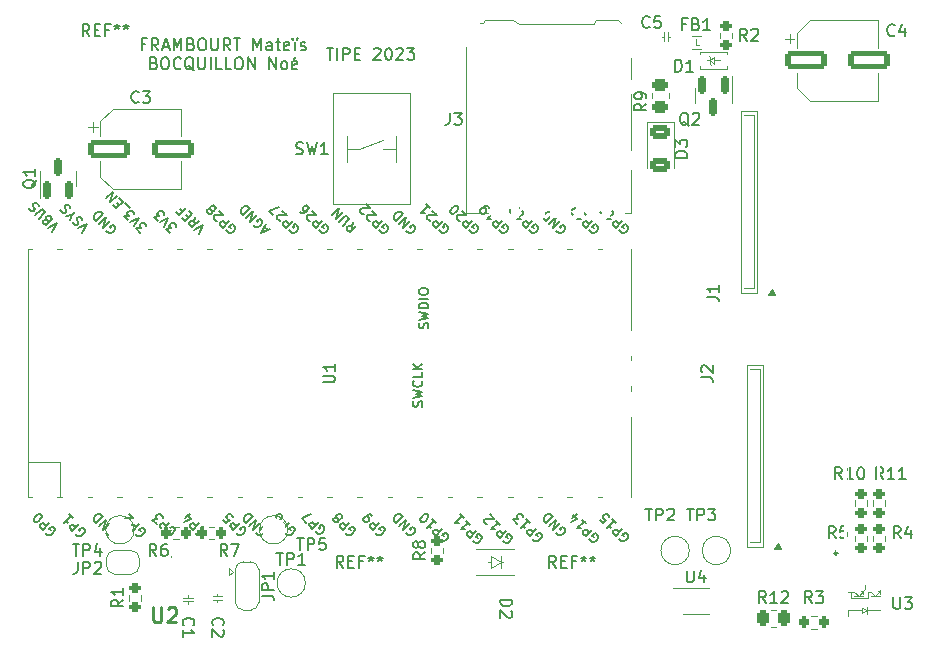
<source format=gto>
G04 #@! TF.GenerationSoftware,KiCad,Pcbnew,(6.0.10)*
G04 #@! TF.CreationDate,2023-02-17T01:50:34+01:00*
G04 #@! TF.ProjectId,Axe_lin_aire,4178655f-6c69-46ee-9961-6972652e6b69,rev?*
G04 #@! TF.SameCoordinates,Original*
G04 #@! TF.FileFunction,Legend,Top*
G04 #@! TF.FilePolarity,Positive*
%FSLAX46Y46*%
G04 Gerber Fmt 4.6, Leading zero omitted, Abs format (unit mm)*
G04 Created by KiCad (PCBNEW (6.0.10)) date 2023-02-17 01:50:34*
%MOMM*%
%LPD*%
G01*
G04 APERTURE LIST*
G04 Aperture macros list*
%AMRoundRect*
0 Rectangle with rounded corners*
0 $1 Rounding radius*
0 $2 $3 $4 $5 $6 $7 $8 $9 X,Y pos of 4 corners*
0 Add a 4 corners polygon primitive as box body*
4,1,4,$2,$3,$4,$5,$6,$7,$8,$9,$2,$3,0*
0 Add four circle primitives for the rounded corners*
1,1,$1+$1,$2,$3*
1,1,$1+$1,$4,$5*
1,1,$1+$1,$6,$7*
1,1,$1+$1,$8,$9*
0 Add four rect primitives between the rounded corners*
20,1,$1+$1,$2,$3,$4,$5,0*
20,1,$1+$1,$4,$5,$6,$7,0*
20,1,$1+$1,$6,$7,$8,$9,0*
20,1,$1+$1,$8,$9,$2,$3,0*%
%AMFreePoly0*
4,1,22,0.500000,-0.750000,0.000000,-0.750000,0.000000,-0.745033,-0.079941,-0.743568,-0.215256,-0.701293,-0.333266,-0.622738,-0.424486,-0.514219,-0.481581,-0.384460,-0.499164,-0.250000,-0.500000,-0.250000,-0.500000,0.250000,-0.499164,0.250000,-0.499963,0.256109,-0.478152,0.396186,-0.417904,0.524511,-0.324060,0.630769,-0.204165,0.706417,-0.067858,0.745374,0.000000,0.744959,0.000000,0.750000,
0.500000,0.750000,0.500000,-0.750000,0.500000,-0.750000,$1*%
%AMFreePoly1*
4,1,20,0.000000,0.744959,0.073905,0.744508,0.209726,0.703889,0.328688,0.626782,0.421226,0.519385,0.479903,0.390333,0.500000,0.250000,0.500000,-0.250000,0.499851,-0.262216,0.476331,-0.402017,0.414519,-0.529596,0.319384,-0.634700,0.198574,-0.708877,0.061801,-0.746166,0.000000,-0.745033,0.000000,-0.750000,-0.500000,-0.750000,-0.500000,0.750000,0.000000,0.750000,0.000000,0.744959,
0.000000,0.744959,$1*%
%AMFreePoly2*
4,1,53,-0.099833,0.852494,-0.099048,0.852106,-0.098232,0.851768,-0.098198,0.851685,-0.098118,0.851646,-0.097838,0.850816,-0.097500,0.850000,-0.097500,0.350000,0.950000,0.350000,0.950000,-0.350000,-0.946033,-0.350000,-0.948424,-0.351941,-0.948767,-0.352043,-0.949015,-0.352297,-0.949646,-0.352305,-0.950258,-0.352487,-0.950573,-0.352317,-0.950929,-0.352321,-0.951382,-0.351879,-0.951941,-0.351576,
-0.952043,-0.351233,-0.952298,-0.350984,-0.987367,-0.269161,-0.987370,-0.268922,-0.987508,-0.268726,-1.026602,-0.095087,-1.026556,-0.094819,-1.026663,-0.094568,-1.028802,0.083403,-1.028700,0.083657,-1.028753,0.083923,-0.993844,0.258450,-0.993693,0.258676,-0.993689,0.258949,-0.923255,0.422405,-0.923060,0.422595,-0.922999,0.422861,-0.820121,0.568100,-0.819891,0.568245,-0.819776,0.568493,
-0.688950,0.689169,-0.688695,0.689263,-0.688531,0.689482,-0.535473,0.780321,-0.535203,0.780360,-0.534998,0.780539,-0.366398,0.837571,-0.366126,0.837553,-0.365888,0.837686,-0.189116,0.858417,-0.188884,0.858351,-0.188657,0.858428,-0.099833,0.852494,-0.099833,0.852494,$1*%
%AMFreePoly3*
4,1,53,0.188884,0.858352,0.189115,0.858417,0.365888,0.837686,0.366126,0.837553,0.366398,0.837571,0.534998,0.780539,0.535203,0.780360,0.535473,0.780321,0.688531,0.689482,0.688694,0.689264,0.688950,0.689170,0.819776,0.568493,0.819891,0.568245,0.820121,0.568100,0.922999,0.422861,0.923060,0.422595,0.923255,0.422405,0.993689,0.258950,0.993693,0.258676,0.993844,0.258450,
1.028753,0.083923,1.028700,0.083657,1.028802,0.083403,1.026663,-0.094568,1.026556,-0.094819,1.026602,-0.095087,0.987508,-0.268725,0.987370,-0.268921,0.987367,-0.269161,0.952298,-0.350985,0.952043,-0.351234,0.951941,-0.351576,0.951384,-0.351877,0.950929,-0.352322,0.950571,-0.352318,0.950258,-0.352487,0.949650,-0.352306,0.949015,-0.352298,0.948766,-0.352043,0.948424,-0.351941,
0.946033,-0.350000,-0.950000,-0.350000,-0.950000,0.350000,0.097500,0.350000,0.097500,0.850000,0.097838,0.850816,0.098118,0.851646,0.098198,0.851685,0.098232,0.851768,0.099048,0.852106,0.099833,0.852494,0.188657,0.858428,0.188884,0.858352,0.188884,0.858352,$1*%
%AMFreePoly4*
4,1,22,0.550000,-0.750000,0.000000,-0.750000,0.000000,-0.745033,-0.079941,-0.743568,-0.215256,-0.701293,-0.333266,-0.622738,-0.424486,-0.514219,-0.481581,-0.384460,-0.499164,-0.250000,-0.500000,-0.250000,-0.500000,0.250000,-0.499164,0.250000,-0.499963,0.256109,-0.478152,0.396186,-0.417904,0.524511,-0.324060,0.630769,-0.204165,0.706417,-0.067858,0.745374,0.000000,0.744959,0.000000,0.750000,
0.550000,0.750000,0.550000,-0.750000,0.550000,-0.750000,$1*%
%AMFreePoly5*
4,1,20,0.000000,0.744959,0.073905,0.744508,0.209726,0.703889,0.328688,0.626782,0.421226,0.519385,0.479903,0.390333,0.500000,0.250000,0.500000,-0.250000,0.499851,-0.262216,0.476331,-0.402017,0.414519,-0.529596,0.319384,-0.634700,0.198574,-0.708877,0.061801,-0.746166,0.000000,-0.745033,0.000000,-0.750000,-0.550000,-0.750000,-0.550000,0.750000,0.000000,0.750000,0.000000,0.744959,
0.000000,0.744959,$1*%
G04 Aperture macros list end*
%ADD10C,0.150000*%
%ADD11C,0.254000*%
%ADD12C,0.125000*%
%ADD13C,0.120000*%
%ADD14C,0.200000*%
%ADD15C,0.220000*%
%ADD16R,1.250000X0.500000*%
%ADD17C,3.000000*%
%ADD18R,0.800000X0.300000*%
%ADD19RoundRect,0.200000X-0.275000X0.200000X-0.275000X-0.200000X0.275000X-0.200000X0.275000X0.200000X0*%
%ADD20FreePoly0,180.000000*%
%ADD21FreePoly1,180.000000*%
%ADD22RoundRect,0.200000X-0.200000X-0.275000X0.200000X-0.275000X0.200000X0.275000X-0.200000X0.275000X0*%
%ADD23RoundRect,0.200000X0.275000X-0.200000X0.275000X0.200000X-0.275000X0.200000X-0.275000X-0.200000X0*%
%ADD24R,1.400000X2.750000*%
%ADD25R,1.600000X2.000000*%
%ADD26R,1.750000X0.500000*%
%ADD27R,0.475000X0.250000*%
%ADD28R,0.250000X0.475000*%
%ADD29RoundRect,0.250000X-0.262500X-0.450000X0.262500X-0.450000X0.262500X0.450000X-0.262500X0.450000X0*%
%ADD30O,1.800000X1.800000*%
%ADD31O,1.500000X1.500000*%
%ADD32R,1.700000X3.500000*%
%ADD33O,1.700000X1.700000*%
%ADD34R,1.700000X1.700000*%
%ADD35RoundRect,0.250000X0.450000X-0.262500X0.450000X0.262500X-0.450000X0.262500X-0.450000X-0.262500X0*%
%ADD36FreePoly2,90.000000*%
%ADD37R,1.000000X1.900000*%
%ADD38FreePoly3,270.000000*%
%ADD39FreePoly3,90.000000*%
%ADD40R,0.700000X1.900000*%
%ADD41FreePoly2,270.000000*%
%ADD42RoundRect,0.250000X-0.625000X0.375000X-0.625000X-0.375000X0.625000X-0.375000X0.625000X0.375000X0*%
%ADD43R,0.700000X1.200000*%
%ADD44R,1.000000X0.800000*%
%ADD45R,1.300000X1.900000*%
%ADD46R,1.000000X1.200000*%
%ADD47R,1.000000X2.800000*%
%ADD48C,2.000000*%
%ADD49R,1.050000X1.700000*%
%ADD50R,0.400000X0.800000*%
%ADD51RoundRect,0.150000X0.150000X-0.587500X0.150000X0.587500X-0.150000X0.587500X-0.150000X-0.587500X0*%
%ADD52FreePoly4,270.000000*%
%ADD53R,1.500000X1.000000*%
%ADD54FreePoly5,270.000000*%
%ADD55RoundRect,0.250000X-1.500000X-0.550000X1.500000X-0.550000X1.500000X0.550000X-1.500000X0.550000X0*%
%ADD56RoundRect,0.150000X-0.150000X0.587500X-0.150000X-0.587500X0.150000X-0.587500X0.150000X0.587500X0*%
%ADD57R,0.500000X1.250000*%
%ADD58R,1.000000X0.750000*%
G04 APERTURE END LIST*
D10*
X110404761Y-59623571D02*
X110071428Y-59623571D01*
X110071428Y-60147380D02*
X110071428Y-59147380D01*
X110547619Y-59147380D01*
X111500000Y-60147380D02*
X111166666Y-59671190D01*
X110928571Y-60147380D02*
X110928571Y-59147380D01*
X111309523Y-59147380D01*
X111404761Y-59195000D01*
X111452380Y-59242619D01*
X111500000Y-59337857D01*
X111500000Y-59480714D01*
X111452380Y-59575952D01*
X111404761Y-59623571D01*
X111309523Y-59671190D01*
X110928571Y-59671190D01*
X111880952Y-59861666D02*
X112357142Y-59861666D01*
X111785714Y-60147380D02*
X112119047Y-59147380D01*
X112452380Y-60147380D01*
X112785714Y-60147380D02*
X112785714Y-59147380D01*
X113119047Y-59861666D01*
X113452380Y-59147380D01*
X113452380Y-60147380D01*
X114261904Y-59623571D02*
X114404761Y-59671190D01*
X114452380Y-59718809D01*
X114500000Y-59814047D01*
X114500000Y-59956904D01*
X114452380Y-60052142D01*
X114404761Y-60099761D01*
X114309523Y-60147380D01*
X113928571Y-60147380D01*
X113928571Y-59147380D01*
X114261904Y-59147380D01*
X114357142Y-59195000D01*
X114404761Y-59242619D01*
X114452380Y-59337857D01*
X114452380Y-59433095D01*
X114404761Y-59528333D01*
X114357142Y-59575952D01*
X114261904Y-59623571D01*
X113928571Y-59623571D01*
X115119047Y-59147380D02*
X115309523Y-59147380D01*
X115404761Y-59195000D01*
X115500000Y-59290238D01*
X115547619Y-59480714D01*
X115547619Y-59814047D01*
X115500000Y-60004523D01*
X115404761Y-60099761D01*
X115309523Y-60147380D01*
X115119047Y-60147380D01*
X115023809Y-60099761D01*
X114928571Y-60004523D01*
X114880952Y-59814047D01*
X114880952Y-59480714D01*
X114928571Y-59290238D01*
X115023809Y-59195000D01*
X115119047Y-59147380D01*
X115976190Y-59147380D02*
X115976190Y-59956904D01*
X116023809Y-60052142D01*
X116071428Y-60099761D01*
X116166666Y-60147380D01*
X116357142Y-60147380D01*
X116452380Y-60099761D01*
X116500000Y-60052142D01*
X116547619Y-59956904D01*
X116547619Y-59147380D01*
X117595238Y-60147380D02*
X117261904Y-59671190D01*
X117023809Y-60147380D02*
X117023809Y-59147380D01*
X117404761Y-59147380D01*
X117500000Y-59195000D01*
X117547619Y-59242619D01*
X117595238Y-59337857D01*
X117595238Y-59480714D01*
X117547619Y-59575952D01*
X117500000Y-59623571D01*
X117404761Y-59671190D01*
X117023809Y-59671190D01*
X117880952Y-59147380D02*
X118452380Y-59147380D01*
X118166666Y-60147380D02*
X118166666Y-59147380D01*
X119547619Y-60147380D02*
X119547619Y-59147380D01*
X119880952Y-59861666D01*
X120214285Y-59147380D01*
X120214285Y-60147380D01*
X121119047Y-60147380D02*
X121119047Y-59623571D01*
X121071428Y-59528333D01*
X120976190Y-59480714D01*
X120785714Y-59480714D01*
X120690476Y-59528333D01*
X121119047Y-60099761D02*
X121023809Y-60147380D01*
X120785714Y-60147380D01*
X120690476Y-60099761D01*
X120642857Y-60004523D01*
X120642857Y-59909285D01*
X120690476Y-59814047D01*
X120785714Y-59766428D01*
X121023809Y-59766428D01*
X121119047Y-59718809D01*
X121452380Y-59480714D02*
X121833333Y-59480714D01*
X121595238Y-59147380D02*
X121595238Y-60004523D01*
X121642857Y-60099761D01*
X121738095Y-60147380D01*
X121833333Y-60147380D01*
X122547619Y-60099761D02*
X122452380Y-60147380D01*
X122261904Y-60147380D01*
X122166666Y-60099761D01*
X122119047Y-60004523D01*
X122119047Y-59623571D01*
X122166666Y-59528333D01*
X122261904Y-59480714D01*
X122452380Y-59480714D01*
X122547619Y-59528333D01*
X122595238Y-59623571D01*
X122595238Y-59718809D01*
X122119047Y-59814047D01*
X122880952Y-59147380D02*
X122928571Y-59195000D01*
X122880952Y-59242619D01*
X122833333Y-59195000D01*
X122880952Y-59147380D01*
X122880952Y-59242619D01*
X123261904Y-59147380D02*
X123309523Y-59195000D01*
X123261904Y-59242619D01*
X123214285Y-59195000D01*
X123261904Y-59147380D01*
X123261904Y-59242619D01*
X123071428Y-60147380D02*
X123071428Y-59480714D01*
X123547619Y-60099761D02*
X123642857Y-60147380D01*
X123833333Y-60147380D01*
X123928571Y-60099761D01*
X123976190Y-60004523D01*
X123976190Y-59956904D01*
X123928571Y-59861666D01*
X123833333Y-59814047D01*
X123690476Y-59814047D01*
X123595238Y-59766428D01*
X123547619Y-59671190D01*
X123547619Y-59623571D01*
X123595238Y-59528333D01*
X123690476Y-59480714D01*
X123833333Y-59480714D01*
X123928571Y-59528333D01*
X111119047Y-61233571D02*
X111261904Y-61281190D01*
X111309523Y-61328809D01*
X111357142Y-61424047D01*
X111357142Y-61566904D01*
X111309523Y-61662142D01*
X111261904Y-61709761D01*
X111166666Y-61757380D01*
X110785714Y-61757380D01*
X110785714Y-60757380D01*
X111119047Y-60757380D01*
X111214285Y-60805000D01*
X111261904Y-60852619D01*
X111309523Y-60947857D01*
X111309523Y-61043095D01*
X111261904Y-61138333D01*
X111214285Y-61185952D01*
X111119047Y-61233571D01*
X110785714Y-61233571D01*
X111976190Y-60757380D02*
X112166666Y-60757380D01*
X112261904Y-60805000D01*
X112357142Y-60900238D01*
X112404761Y-61090714D01*
X112404761Y-61424047D01*
X112357142Y-61614523D01*
X112261904Y-61709761D01*
X112166666Y-61757380D01*
X111976190Y-61757380D01*
X111880952Y-61709761D01*
X111785714Y-61614523D01*
X111738095Y-61424047D01*
X111738095Y-61090714D01*
X111785714Y-60900238D01*
X111880952Y-60805000D01*
X111976190Y-60757380D01*
X113404761Y-61662142D02*
X113357142Y-61709761D01*
X113214285Y-61757380D01*
X113119047Y-61757380D01*
X112976190Y-61709761D01*
X112880952Y-61614523D01*
X112833333Y-61519285D01*
X112785714Y-61328809D01*
X112785714Y-61185952D01*
X112833333Y-60995476D01*
X112880952Y-60900238D01*
X112976190Y-60805000D01*
X113119047Y-60757380D01*
X113214285Y-60757380D01*
X113357142Y-60805000D01*
X113404761Y-60852619D01*
X114500000Y-61852619D02*
X114404761Y-61805000D01*
X114309523Y-61709761D01*
X114166666Y-61566904D01*
X114071428Y-61519285D01*
X113976190Y-61519285D01*
X114023809Y-61757380D02*
X113928571Y-61709761D01*
X113833333Y-61614523D01*
X113785714Y-61424047D01*
X113785714Y-61090714D01*
X113833333Y-60900238D01*
X113928571Y-60805000D01*
X114023809Y-60757380D01*
X114214285Y-60757380D01*
X114309523Y-60805000D01*
X114404761Y-60900238D01*
X114452380Y-61090714D01*
X114452380Y-61424047D01*
X114404761Y-61614523D01*
X114309523Y-61709761D01*
X114214285Y-61757380D01*
X114023809Y-61757380D01*
X114880952Y-60757380D02*
X114880952Y-61566904D01*
X114928571Y-61662142D01*
X114976190Y-61709761D01*
X115071428Y-61757380D01*
X115261904Y-61757380D01*
X115357142Y-61709761D01*
X115404761Y-61662142D01*
X115452380Y-61566904D01*
X115452380Y-60757380D01*
X115928571Y-61757380D02*
X115928571Y-60757380D01*
X116880952Y-61757380D02*
X116404761Y-61757380D01*
X116404761Y-60757380D01*
X117690476Y-61757380D02*
X117214285Y-61757380D01*
X117214285Y-60757380D01*
X118214285Y-60757380D02*
X118404761Y-60757380D01*
X118500000Y-60805000D01*
X118595238Y-60900238D01*
X118642857Y-61090714D01*
X118642857Y-61424047D01*
X118595238Y-61614523D01*
X118500000Y-61709761D01*
X118404761Y-61757380D01*
X118214285Y-61757380D01*
X118119047Y-61709761D01*
X118023809Y-61614523D01*
X117976190Y-61424047D01*
X117976190Y-61090714D01*
X118023809Y-60900238D01*
X118119047Y-60805000D01*
X118214285Y-60757380D01*
X119071428Y-61757380D02*
X119071428Y-60757380D01*
X119642857Y-61757380D01*
X119642857Y-60757380D01*
X120880952Y-61757380D02*
X120880952Y-60757380D01*
X121452380Y-61757380D01*
X121452380Y-60757380D01*
X122071428Y-61757380D02*
X121976190Y-61709761D01*
X121928571Y-61662142D01*
X121880952Y-61566904D01*
X121880952Y-61281190D01*
X121928571Y-61185952D01*
X121976190Y-61138333D01*
X122071428Y-61090714D01*
X122214285Y-61090714D01*
X122309523Y-61138333D01*
X122357142Y-61185952D01*
X122404761Y-61281190D01*
X122404761Y-61566904D01*
X122357142Y-61662142D01*
X122309523Y-61709761D01*
X122214285Y-61757380D01*
X122071428Y-61757380D01*
X123214285Y-61709761D02*
X123119047Y-61757380D01*
X122928571Y-61757380D01*
X122833333Y-61709761D01*
X122785714Y-61614523D01*
X122785714Y-61233571D01*
X122833333Y-61138333D01*
X122928571Y-61090714D01*
X123119047Y-61090714D01*
X123214285Y-61138333D01*
X123261904Y-61233571D01*
X123261904Y-61328809D01*
X122785714Y-61424047D01*
X123119047Y-60709761D02*
X122976190Y-60852619D01*
X125738095Y-59952380D02*
X126309523Y-59952380D01*
X126023809Y-60952380D02*
X126023809Y-59952380D01*
X126642857Y-60952380D02*
X126642857Y-59952380D01*
X127119047Y-60952380D02*
X127119047Y-59952380D01*
X127500000Y-59952380D01*
X127595238Y-60000000D01*
X127642857Y-60047619D01*
X127690476Y-60142857D01*
X127690476Y-60285714D01*
X127642857Y-60380952D01*
X127595238Y-60428571D01*
X127500000Y-60476190D01*
X127119047Y-60476190D01*
X128119047Y-60428571D02*
X128452380Y-60428571D01*
X128595238Y-60952380D02*
X128119047Y-60952380D01*
X128119047Y-59952380D01*
X128595238Y-59952380D01*
X129738095Y-60047619D02*
X129785714Y-60000000D01*
X129880952Y-59952380D01*
X130119047Y-59952380D01*
X130214285Y-60000000D01*
X130261904Y-60047619D01*
X130309523Y-60142857D01*
X130309523Y-60238095D01*
X130261904Y-60380952D01*
X129690476Y-60952380D01*
X130309523Y-60952380D01*
X130928571Y-59952380D02*
X131023809Y-59952380D01*
X131119047Y-60000000D01*
X131166666Y-60047619D01*
X131214285Y-60142857D01*
X131261904Y-60333333D01*
X131261904Y-60571428D01*
X131214285Y-60761904D01*
X131166666Y-60857142D01*
X131119047Y-60904761D01*
X131023809Y-60952380D01*
X130928571Y-60952380D01*
X130833333Y-60904761D01*
X130785714Y-60857142D01*
X130738095Y-60761904D01*
X130690476Y-60571428D01*
X130690476Y-60333333D01*
X130738095Y-60142857D01*
X130785714Y-60047619D01*
X130833333Y-60000000D01*
X130928571Y-59952380D01*
X131642857Y-60047619D02*
X131690476Y-60000000D01*
X131785714Y-59952380D01*
X132023809Y-59952380D01*
X132119047Y-60000000D01*
X132166666Y-60047619D01*
X132214285Y-60142857D01*
X132214285Y-60238095D01*
X132166666Y-60380952D01*
X131595238Y-60952380D01*
X132214285Y-60952380D01*
X132547619Y-59952380D02*
X133166666Y-59952380D01*
X132833333Y-60333333D01*
X132976190Y-60333333D01*
X133071428Y-60380952D01*
X133119047Y-60428571D01*
X133166666Y-60523809D01*
X133166666Y-60761904D01*
X133119047Y-60857142D01*
X133071428Y-60904761D01*
X132976190Y-60952380D01*
X132690476Y-60952380D01*
X132595238Y-60904761D01*
X132547619Y-60857142D01*
G04 #@! TO.C,C2*
X116142857Y-108833333D02*
X116095238Y-108785714D01*
X116047619Y-108642857D01*
X116047619Y-108547619D01*
X116095238Y-108404761D01*
X116190476Y-108309523D01*
X116285714Y-108261904D01*
X116476190Y-108214285D01*
X116619047Y-108214285D01*
X116809523Y-108261904D01*
X116904761Y-108309523D01*
X117000000Y-108404761D01*
X117047619Y-108547619D01*
X117047619Y-108642857D01*
X117000000Y-108785714D01*
X116952380Y-108833333D01*
X116952380Y-109214285D02*
X117000000Y-109261904D01*
X117047619Y-109357142D01*
X117047619Y-109595238D01*
X117000000Y-109690476D01*
X116952380Y-109738095D01*
X116857142Y-109785714D01*
X116761904Y-109785714D01*
X116619047Y-109738095D01*
X116047619Y-109166666D01*
X116047619Y-109785714D01*
G04 #@! TO.C,C1*
X113642857Y-108833333D02*
X113595238Y-108785714D01*
X113547619Y-108642857D01*
X113547619Y-108547619D01*
X113595238Y-108404761D01*
X113690476Y-108309523D01*
X113785714Y-108261904D01*
X113976190Y-108214285D01*
X114119047Y-108214285D01*
X114309523Y-108261904D01*
X114404761Y-108309523D01*
X114500000Y-108404761D01*
X114547619Y-108547619D01*
X114547619Y-108642857D01*
X114500000Y-108785714D01*
X114452380Y-108833333D01*
X113547619Y-109785714D02*
X113547619Y-109214285D01*
X113547619Y-109500000D02*
X114547619Y-109500000D01*
X114404761Y-109404761D01*
X114309523Y-109309523D01*
X114261904Y-109214285D01*
G04 #@! TO.C,REF\u002A\u002A*
X105666666Y-58952380D02*
X105333333Y-58476190D01*
X105095238Y-58952380D02*
X105095238Y-57952380D01*
X105476190Y-57952380D01*
X105571428Y-58000000D01*
X105619047Y-58047619D01*
X105666666Y-58142857D01*
X105666666Y-58285714D01*
X105619047Y-58380952D01*
X105571428Y-58428571D01*
X105476190Y-58476190D01*
X105095238Y-58476190D01*
X106095238Y-58428571D02*
X106428571Y-58428571D01*
X106571428Y-58952380D02*
X106095238Y-58952380D01*
X106095238Y-57952380D01*
X106571428Y-57952380D01*
X107333333Y-58428571D02*
X107000000Y-58428571D01*
X107000000Y-58952380D02*
X107000000Y-57952380D01*
X107476190Y-57952380D01*
X108000000Y-57952380D02*
X108000000Y-58190476D01*
X107761904Y-58095238D02*
X108000000Y-58190476D01*
X108238095Y-58095238D01*
X107857142Y-58380952D02*
X108000000Y-58190476D01*
X108142857Y-58380952D01*
X108761904Y-57952380D02*
X108761904Y-58190476D01*
X108523809Y-58095238D02*
X108761904Y-58190476D01*
X109000000Y-58095238D01*
X108619047Y-58380952D02*
X108761904Y-58190476D01*
X108904761Y-58380952D01*
G04 #@! TO.C,U4*
X156238095Y-104202380D02*
X156238095Y-105011904D01*
X156285714Y-105107142D01*
X156333333Y-105154761D01*
X156428571Y-105202380D01*
X156619047Y-105202380D01*
X156714285Y-105154761D01*
X156761904Y-105107142D01*
X156809523Y-105011904D01*
X156809523Y-104202380D01*
X157714285Y-104535714D02*
X157714285Y-105202380D01*
X157476190Y-104154761D02*
X157238095Y-104869047D01*
X157857142Y-104869047D01*
G04 #@! TO.C,R11*
X172857142Y-96452380D02*
X172523809Y-95976190D01*
X172285714Y-96452380D02*
X172285714Y-95452380D01*
X172666666Y-95452380D01*
X172761904Y-95500000D01*
X172809523Y-95547619D01*
X172857142Y-95642857D01*
X172857142Y-95785714D01*
X172809523Y-95880952D01*
X172761904Y-95928571D01*
X172666666Y-95976190D01*
X172285714Y-95976190D01*
X173809523Y-96452380D02*
X173238095Y-96452380D01*
X173523809Y-96452380D02*
X173523809Y-95452380D01*
X173428571Y-95595238D01*
X173333333Y-95690476D01*
X173238095Y-95738095D01*
X174761904Y-96452380D02*
X174190476Y-96452380D01*
X174476190Y-96452380D02*
X174476190Y-95452380D01*
X174380952Y-95595238D01*
X174285714Y-95690476D01*
X174190476Y-95738095D01*
G04 #@! TO.C,JP2*
X104666666Y-103452380D02*
X104666666Y-104166666D01*
X104619047Y-104309523D01*
X104523809Y-104404761D01*
X104380952Y-104452380D01*
X104285714Y-104452380D01*
X105142857Y-104452380D02*
X105142857Y-103452380D01*
X105523809Y-103452380D01*
X105619047Y-103500000D01*
X105666666Y-103547619D01*
X105714285Y-103642857D01*
X105714285Y-103785714D01*
X105666666Y-103880952D01*
X105619047Y-103928571D01*
X105523809Y-103976190D01*
X105142857Y-103976190D01*
X106095238Y-103547619D02*
X106142857Y-103500000D01*
X106238095Y-103452380D01*
X106476190Y-103452380D01*
X106571428Y-103500000D01*
X106619047Y-103547619D01*
X106666666Y-103642857D01*
X106666666Y-103738095D01*
X106619047Y-103880952D01*
X106047619Y-104452380D01*
X106666666Y-104452380D01*
G04 #@! TO.C,R6*
X111333333Y-102952380D02*
X111000000Y-102476190D01*
X110761904Y-102952380D02*
X110761904Y-101952380D01*
X111142857Y-101952380D01*
X111238095Y-102000000D01*
X111285714Y-102047619D01*
X111333333Y-102142857D01*
X111333333Y-102285714D01*
X111285714Y-102380952D01*
X111238095Y-102428571D01*
X111142857Y-102476190D01*
X110761904Y-102476190D01*
X112190476Y-101952380D02*
X112000000Y-101952380D01*
X111904761Y-102000000D01*
X111857142Y-102047619D01*
X111761904Y-102190476D01*
X111714285Y-102380952D01*
X111714285Y-102761904D01*
X111761904Y-102857142D01*
X111809523Y-102904761D01*
X111904761Y-102952380D01*
X112095238Y-102952380D01*
X112190476Y-102904761D01*
X112238095Y-102857142D01*
X112285714Y-102761904D01*
X112285714Y-102523809D01*
X112238095Y-102428571D01*
X112190476Y-102380952D01*
X112095238Y-102333333D01*
X111904761Y-102333333D01*
X111809523Y-102380952D01*
X111761904Y-102428571D01*
X111714285Y-102523809D01*
G04 #@! TO.C,R2*
X161333333Y-59339880D02*
X161000000Y-58863690D01*
X160761904Y-59339880D02*
X160761904Y-58339880D01*
X161142857Y-58339880D01*
X161238095Y-58387500D01*
X161285714Y-58435119D01*
X161333333Y-58530357D01*
X161333333Y-58673214D01*
X161285714Y-58768452D01*
X161238095Y-58816071D01*
X161142857Y-58863690D01*
X160761904Y-58863690D01*
X161714285Y-58435119D02*
X161761904Y-58387500D01*
X161857142Y-58339880D01*
X162095238Y-58339880D01*
X162190476Y-58387500D01*
X162238095Y-58435119D01*
X162285714Y-58530357D01*
X162285714Y-58625595D01*
X162238095Y-58768452D01*
X161666666Y-59339880D01*
X162285714Y-59339880D01*
G04 #@! TO.C,SW1*
X123166666Y-68904761D02*
X123309523Y-68952380D01*
X123547619Y-68952380D01*
X123642857Y-68904761D01*
X123690476Y-68857142D01*
X123738095Y-68761904D01*
X123738095Y-68666666D01*
X123690476Y-68571428D01*
X123642857Y-68523809D01*
X123547619Y-68476190D01*
X123357142Y-68428571D01*
X123261904Y-68380952D01*
X123214285Y-68333333D01*
X123166666Y-68238095D01*
X123166666Y-68142857D01*
X123214285Y-68047619D01*
X123261904Y-68000000D01*
X123357142Y-67952380D01*
X123595238Y-67952380D01*
X123738095Y-68000000D01*
X124071428Y-67952380D02*
X124309523Y-68952380D01*
X124500000Y-68238095D01*
X124690476Y-68952380D01*
X124928571Y-67952380D01*
X125833333Y-68952380D02*
X125261904Y-68952380D01*
X125547619Y-68952380D02*
X125547619Y-67952380D01*
X125452380Y-68095238D01*
X125357142Y-68190476D01*
X125261904Y-68238095D01*
G04 #@! TO.C,J2*
X157452380Y-87833333D02*
X158166666Y-87833333D01*
X158309523Y-87880952D01*
X158404761Y-87976190D01*
X158452380Y-88119047D01*
X158452380Y-88214285D01*
X157547619Y-87404761D02*
X157500000Y-87357142D01*
X157452380Y-87261904D01*
X157452380Y-87023809D01*
X157500000Y-86928571D01*
X157547619Y-86880952D01*
X157642857Y-86833333D01*
X157738095Y-86833333D01*
X157880952Y-86880952D01*
X158452380Y-87452380D01*
X158452380Y-86833333D01*
D11*
G04 #@! TO.C,U2*
X111032380Y-107304523D02*
X111032380Y-108332619D01*
X111092857Y-108453571D01*
X111153333Y-108514047D01*
X111274285Y-108574523D01*
X111516190Y-108574523D01*
X111637142Y-108514047D01*
X111697619Y-108453571D01*
X111758095Y-108332619D01*
X111758095Y-107304523D01*
X112302380Y-107425476D02*
X112362857Y-107365000D01*
X112483809Y-107304523D01*
X112786190Y-107304523D01*
X112907142Y-107365000D01*
X112967619Y-107425476D01*
X113028095Y-107546428D01*
X113028095Y-107667380D01*
X112967619Y-107848809D01*
X112241904Y-108574523D01*
X113028095Y-108574523D01*
D10*
G04 #@! TO.C,R12*
X162944642Y-106952380D02*
X162611309Y-106476190D01*
X162373214Y-106952380D02*
X162373214Y-105952380D01*
X162754166Y-105952380D01*
X162849404Y-106000000D01*
X162897023Y-106047619D01*
X162944642Y-106142857D01*
X162944642Y-106285714D01*
X162897023Y-106380952D01*
X162849404Y-106428571D01*
X162754166Y-106476190D01*
X162373214Y-106476190D01*
X163897023Y-106952380D02*
X163325595Y-106952380D01*
X163611309Y-106952380D02*
X163611309Y-105952380D01*
X163516071Y-106095238D01*
X163420833Y-106190476D01*
X163325595Y-106238095D01*
X164277976Y-106047619D02*
X164325595Y-106000000D01*
X164420833Y-105952380D01*
X164658928Y-105952380D01*
X164754166Y-106000000D01*
X164801785Y-106047619D01*
X164849404Y-106142857D01*
X164849404Y-106238095D01*
X164801785Y-106380952D01*
X164230357Y-106952380D01*
X164849404Y-106952380D01*
G04 #@! TO.C,U1*
X125452380Y-88261904D02*
X126261904Y-88261904D01*
X126357142Y-88214285D01*
X126404761Y-88166666D01*
X126452380Y-88071428D01*
X126452380Y-87880952D01*
X126404761Y-87785714D01*
X126357142Y-87738095D01*
X126261904Y-87690476D01*
X125452380Y-87690476D01*
X126452380Y-86690476D02*
X126452380Y-87261904D01*
X126452380Y-86976190D02*
X125452380Y-86976190D01*
X125595238Y-87071428D01*
X125690476Y-87166666D01*
X125738095Y-87261904D01*
X140360592Y-75402277D02*
X140387529Y-75483089D01*
X140468341Y-75563902D01*
X140576091Y-75617776D01*
X140683841Y-75617776D01*
X140764653Y-75590839D01*
X140899340Y-75510027D01*
X140980152Y-75429215D01*
X141060964Y-75294528D01*
X141087902Y-75213715D01*
X141087902Y-75105966D01*
X141034027Y-74998216D01*
X140980152Y-74944341D01*
X140872402Y-74890467D01*
X140818528Y-74890467D01*
X140629966Y-75079028D01*
X140737715Y-75186778D01*
X140629966Y-74594155D02*
X140064280Y-75159841D01*
X139848781Y-74944341D01*
X139821844Y-74863529D01*
X139821844Y-74809654D01*
X139848781Y-74728842D01*
X139929593Y-74648030D01*
X140010406Y-74621093D01*
X140064280Y-74621093D01*
X140145093Y-74648030D01*
X140360592Y-74863529D01*
X139767969Y-73732158D02*
X140091218Y-74055407D01*
X139929593Y-73893783D02*
X139363908Y-74459468D01*
X139498595Y-74432531D01*
X139606345Y-74432531D01*
X139687157Y-74459468D01*
X139498595Y-73462784D02*
X139390845Y-73355035D01*
X139310033Y-73328097D01*
X139256158Y-73328097D01*
X139121471Y-73355035D01*
X138986784Y-73435847D01*
X138771285Y-73651346D01*
X138744348Y-73732158D01*
X138744348Y-73786033D01*
X138771285Y-73866845D01*
X138879035Y-73974595D01*
X138959847Y-74001532D01*
X139013722Y-74001532D01*
X139094534Y-73974595D01*
X139229221Y-73839908D01*
X139256158Y-73759096D01*
X139256158Y-73705221D01*
X139229221Y-73624409D01*
X139121471Y-73516659D01*
X139040659Y-73489722D01*
X138986784Y-73489722D01*
X138905972Y-73516659D01*
X135280592Y-101510277D02*
X135307529Y-101591089D01*
X135388341Y-101671902D01*
X135496091Y-101725776D01*
X135603841Y-101725776D01*
X135684653Y-101698839D01*
X135819340Y-101618027D01*
X135900152Y-101537215D01*
X135980964Y-101402528D01*
X136007902Y-101321715D01*
X136007902Y-101213966D01*
X135954027Y-101106216D01*
X135900152Y-101052341D01*
X135792402Y-100998467D01*
X135738528Y-100998467D01*
X135549966Y-101187028D01*
X135657715Y-101294778D01*
X135549966Y-100702155D02*
X134984280Y-101267841D01*
X134768781Y-101052341D01*
X134741844Y-100971529D01*
X134741844Y-100917654D01*
X134768781Y-100836842D01*
X134849593Y-100756030D01*
X134930406Y-100729093D01*
X134984280Y-100729093D01*
X135065093Y-100756030D01*
X135280592Y-100971529D01*
X134687969Y-99840158D02*
X135011218Y-100163407D01*
X134849593Y-100001783D02*
X134283908Y-100567468D01*
X134418595Y-100540531D01*
X134526345Y-100540531D01*
X134607157Y-100567468D01*
X133772097Y-100055658D02*
X133718223Y-100001783D01*
X133691285Y-99920971D01*
X133691285Y-99867096D01*
X133718223Y-99786284D01*
X133799035Y-99651597D01*
X133933722Y-99516910D01*
X134068409Y-99436097D01*
X134149221Y-99409160D01*
X134203096Y-99409160D01*
X134283908Y-99436097D01*
X134337783Y-99489972D01*
X134364720Y-99570784D01*
X134364720Y-99624659D01*
X134337783Y-99705471D01*
X134256971Y-99840158D01*
X134122284Y-99974845D01*
X133987597Y-100055658D01*
X133906784Y-100082595D01*
X133852910Y-100082595D01*
X133772097Y-100055658D01*
X140683092Y-101656277D02*
X140710029Y-101737089D01*
X140790841Y-101817902D01*
X140898591Y-101871776D01*
X141006341Y-101871776D01*
X141087153Y-101844839D01*
X141221840Y-101764027D01*
X141302652Y-101683215D01*
X141383464Y-101548528D01*
X141410402Y-101467715D01*
X141410402Y-101359966D01*
X141356527Y-101252216D01*
X141302652Y-101198341D01*
X141194902Y-101144467D01*
X141141028Y-101144467D01*
X140952466Y-101333028D01*
X141060215Y-101440778D01*
X140952466Y-100848155D02*
X140386780Y-101413841D01*
X140171281Y-101198341D01*
X140144344Y-101117529D01*
X140144344Y-101063654D01*
X140171281Y-100982842D01*
X140252093Y-100902030D01*
X140332906Y-100875093D01*
X140386780Y-100875093D01*
X140467593Y-100902030D01*
X140683092Y-101117529D01*
X140090469Y-99986158D02*
X140413718Y-100309407D01*
X140252093Y-100147783D02*
X139686408Y-100713468D01*
X139821095Y-100686531D01*
X139928845Y-100686531D01*
X140009657Y-100713468D01*
X139363159Y-100282470D02*
X139309284Y-100282470D01*
X139228472Y-100255532D01*
X139093785Y-100120845D01*
X139066848Y-100040033D01*
X139066848Y-99986158D01*
X139093785Y-99905346D01*
X139147660Y-99851471D01*
X139255410Y-99797597D01*
X139901907Y-99797597D01*
X139551721Y-99447410D01*
X122311218Y-100986903D02*
X122338155Y-101067715D01*
X122418967Y-101148528D01*
X122526717Y-101202402D01*
X122634467Y-101202402D01*
X122715279Y-101175465D01*
X122849966Y-101094653D01*
X122930778Y-101013841D01*
X123011590Y-100879154D01*
X123038528Y-100798341D01*
X123038528Y-100690592D01*
X122984653Y-100582842D01*
X122930778Y-100528967D01*
X122823028Y-100475093D01*
X122769154Y-100475093D01*
X122580592Y-100663654D01*
X122688341Y-100771404D01*
X122580592Y-100178781D02*
X122014906Y-100744467D01*
X121799407Y-100528967D01*
X121772470Y-100448155D01*
X121772470Y-100394280D01*
X121799407Y-100313468D01*
X121880219Y-100232656D01*
X121961032Y-100205719D01*
X122014906Y-100205719D01*
X122095719Y-100232656D01*
X122311218Y-100448155D01*
X121206784Y-99936345D02*
X121314534Y-100044094D01*
X121395346Y-100071032D01*
X121449221Y-100071032D01*
X121583908Y-100044094D01*
X121718595Y-99963282D01*
X121934094Y-99747783D01*
X121961032Y-99666971D01*
X121961032Y-99613096D01*
X121934094Y-99532284D01*
X121826345Y-99424534D01*
X121745532Y-99397597D01*
X121691658Y-99397597D01*
X121610845Y-99424534D01*
X121476158Y-99559221D01*
X121449221Y-99640033D01*
X121449221Y-99693908D01*
X121476158Y-99774720D01*
X121583908Y-99882470D01*
X121664720Y-99909407D01*
X121718595Y-99909407D01*
X121799407Y-99882470D01*
X135290592Y-75402277D02*
X135317529Y-75483089D01*
X135398341Y-75563902D01*
X135506091Y-75617776D01*
X135613841Y-75617776D01*
X135694653Y-75590839D01*
X135829340Y-75510027D01*
X135910152Y-75429215D01*
X135990964Y-75294528D01*
X136017902Y-75213715D01*
X136017902Y-75105966D01*
X135964027Y-74998216D01*
X135910152Y-74944341D01*
X135802402Y-74890467D01*
X135748528Y-74890467D01*
X135559966Y-75079028D01*
X135667715Y-75186778D01*
X135559966Y-74594155D02*
X134994280Y-75159841D01*
X134778781Y-74944341D01*
X134751844Y-74863529D01*
X134751844Y-74809654D01*
X134778781Y-74728842D01*
X134859593Y-74648030D01*
X134940406Y-74621093D01*
X134994280Y-74621093D01*
X135075093Y-74648030D01*
X135290592Y-74863529D01*
X134509407Y-74567218D02*
X134455532Y-74567218D01*
X134374720Y-74540280D01*
X134240033Y-74405593D01*
X134213096Y-74324781D01*
X134213096Y-74270906D01*
X134240033Y-74190094D01*
X134293908Y-74136219D01*
X134401658Y-74082345D01*
X135048155Y-74082345D01*
X134697969Y-73732158D01*
X134159221Y-73193410D02*
X134482470Y-73516659D01*
X134320845Y-73355035D02*
X133755160Y-73920720D01*
X133889847Y-73893783D01*
X133997597Y-73893783D01*
X134078409Y-73920720D01*
X125120592Y-75402277D02*
X125147529Y-75483089D01*
X125228341Y-75563902D01*
X125336091Y-75617776D01*
X125443841Y-75617776D01*
X125524653Y-75590839D01*
X125659340Y-75510027D01*
X125740152Y-75429215D01*
X125820964Y-75294528D01*
X125847902Y-75213715D01*
X125847902Y-75105966D01*
X125794027Y-74998216D01*
X125740152Y-74944341D01*
X125632402Y-74890467D01*
X125578528Y-74890467D01*
X125389966Y-75079028D01*
X125497715Y-75186778D01*
X125389966Y-74594155D02*
X124824280Y-75159841D01*
X124608781Y-74944341D01*
X124581844Y-74863529D01*
X124581844Y-74809654D01*
X124608781Y-74728842D01*
X124689593Y-74648030D01*
X124770406Y-74621093D01*
X124824280Y-74621093D01*
X124905093Y-74648030D01*
X125120592Y-74863529D01*
X124339407Y-74567218D02*
X124285532Y-74567218D01*
X124204720Y-74540280D01*
X124070033Y-74405593D01*
X124043096Y-74324781D01*
X124043096Y-74270906D01*
X124070033Y-74190094D01*
X124123908Y-74136219D01*
X124231658Y-74082345D01*
X124878155Y-74082345D01*
X124527969Y-73732158D01*
X123477410Y-73812971D02*
X123585160Y-73920720D01*
X123665972Y-73947658D01*
X123719847Y-73947658D01*
X123854534Y-73920720D01*
X123989221Y-73839908D01*
X124204720Y-73624409D01*
X124231658Y-73543597D01*
X124231658Y-73489722D01*
X124204720Y-73408910D01*
X124096971Y-73301160D01*
X124016158Y-73274223D01*
X123962284Y-73274223D01*
X123881471Y-73301160D01*
X123746784Y-73435847D01*
X123719847Y-73516659D01*
X123719847Y-73570534D01*
X123746784Y-73651346D01*
X123854534Y-73759096D01*
X123935346Y-73786033D01*
X123989221Y-73786033D01*
X124070033Y-73759096D01*
X127391218Y-100986903D02*
X127418155Y-101067715D01*
X127498967Y-101148528D01*
X127606717Y-101202402D01*
X127714467Y-101202402D01*
X127795279Y-101175465D01*
X127929966Y-101094653D01*
X128010778Y-101013841D01*
X128091590Y-100879154D01*
X128118528Y-100798341D01*
X128118528Y-100690592D01*
X128064653Y-100582842D01*
X128010778Y-100528967D01*
X127903028Y-100475093D01*
X127849154Y-100475093D01*
X127660592Y-100663654D01*
X127768341Y-100771404D01*
X127660592Y-100178781D02*
X127094906Y-100744467D01*
X126879407Y-100528967D01*
X126852470Y-100448155D01*
X126852470Y-100394280D01*
X126879407Y-100313468D01*
X126960219Y-100232656D01*
X127041032Y-100205719D01*
X127094906Y-100205719D01*
X127175719Y-100232656D01*
X127391218Y-100448155D01*
X126690845Y-99855532D02*
X126717783Y-99936345D01*
X126717783Y-99990219D01*
X126690845Y-100071032D01*
X126663908Y-100097969D01*
X126583096Y-100124906D01*
X126529221Y-100124906D01*
X126448409Y-100097969D01*
X126340659Y-99990219D01*
X126313722Y-99909407D01*
X126313722Y-99855532D01*
X126340659Y-99774720D01*
X126367597Y-99747783D01*
X126448409Y-99720845D01*
X126502284Y-99720845D01*
X126583096Y-99747783D01*
X126690845Y-99855532D01*
X126771658Y-99882470D01*
X126825532Y-99882470D01*
X126906345Y-99855532D01*
X127014094Y-99747783D01*
X127041032Y-99666971D01*
X127041032Y-99613096D01*
X127014094Y-99532284D01*
X126906345Y-99424534D01*
X126825532Y-99397597D01*
X126771658Y-99397597D01*
X126690845Y-99424534D01*
X126583096Y-99532284D01*
X126556158Y-99613096D01*
X126556158Y-99666971D01*
X126583096Y-99747783D01*
X147980592Y-101556277D02*
X148007529Y-101637089D01*
X148088341Y-101717902D01*
X148196091Y-101771776D01*
X148303841Y-101771776D01*
X148384653Y-101744839D01*
X148519340Y-101664027D01*
X148600152Y-101583215D01*
X148680964Y-101448528D01*
X148707902Y-101367715D01*
X148707902Y-101259966D01*
X148654027Y-101152216D01*
X148600152Y-101098341D01*
X148492402Y-101044467D01*
X148438528Y-101044467D01*
X148249966Y-101233028D01*
X148357715Y-101340778D01*
X148249966Y-100748155D02*
X147684280Y-101313841D01*
X147468781Y-101098341D01*
X147441844Y-101017529D01*
X147441844Y-100963654D01*
X147468781Y-100882842D01*
X147549593Y-100802030D01*
X147630406Y-100775093D01*
X147684280Y-100775093D01*
X147765093Y-100802030D01*
X147980592Y-101017529D01*
X147387969Y-99886158D02*
X147711218Y-100209407D01*
X147549593Y-100047783D02*
X146983908Y-100613468D01*
X147118595Y-100586531D01*
X147226345Y-100586531D01*
X147307157Y-100613468D01*
X146525972Y-99778409D02*
X146903096Y-99401285D01*
X146445160Y-100128595D02*
X146983908Y-99859221D01*
X146633722Y-99509035D01*
X134323809Y-83695238D02*
X134361904Y-83580952D01*
X134361904Y-83390476D01*
X134323809Y-83314285D01*
X134285714Y-83276190D01*
X134209523Y-83238095D01*
X134133333Y-83238095D01*
X134057142Y-83276190D01*
X134019047Y-83314285D01*
X133980952Y-83390476D01*
X133942857Y-83542857D01*
X133904761Y-83619047D01*
X133866666Y-83657142D01*
X133790476Y-83695238D01*
X133714285Y-83695238D01*
X133638095Y-83657142D01*
X133600000Y-83619047D01*
X133561904Y-83542857D01*
X133561904Y-83352380D01*
X133600000Y-83238095D01*
X133561904Y-82971428D02*
X134361904Y-82780952D01*
X133790476Y-82628571D01*
X134361904Y-82476190D01*
X133561904Y-82285714D01*
X134361904Y-81980952D02*
X133561904Y-81980952D01*
X133561904Y-81790476D01*
X133600000Y-81676190D01*
X133676190Y-81600000D01*
X133752380Y-81561904D01*
X133904761Y-81523809D01*
X134019047Y-81523809D01*
X134171428Y-81561904D01*
X134247619Y-81600000D01*
X134323809Y-81676190D01*
X134361904Y-81790476D01*
X134361904Y-81980952D01*
X134361904Y-81180952D02*
X133561904Y-81180952D01*
X133561904Y-80647619D02*
X133561904Y-80495238D01*
X133600000Y-80419047D01*
X133676190Y-80342857D01*
X133828571Y-80304761D01*
X134095238Y-80304761D01*
X134247619Y-80342857D01*
X134323809Y-80419047D01*
X134361904Y-80495238D01*
X134361904Y-80647619D01*
X134323809Y-80723809D01*
X134247619Y-80800000D01*
X134095238Y-80838095D01*
X133828571Y-80838095D01*
X133676190Y-80800000D01*
X133600000Y-80723809D01*
X133561904Y-80647619D01*
X137820592Y-75402277D02*
X137847529Y-75483089D01*
X137928341Y-75563902D01*
X138036091Y-75617776D01*
X138143841Y-75617776D01*
X138224653Y-75590839D01*
X138359340Y-75510027D01*
X138440152Y-75429215D01*
X138520964Y-75294528D01*
X138547902Y-75213715D01*
X138547902Y-75105966D01*
X138494027Y-74998216D01*
X138440152Y-74944341D01*
X138332402Y-74890467D01*
X138278528Y-74890467D01*
X138089966Y-75079028D01*
X138197715Y-75186778D01*
X138089966Y-74594155D02*
X137524280Y-75159841D01*
X137308781Y-74944341D01*
X137281844Y-74863529D01*
X137281844Y-74809654D01*
X137308781Y-74728842D01*
X137389593Y-74648030D01*
X137470406Y-74621093D01*
X137524280Y-74621093D01*
X137605093Y-74648030D01*
X137820592Y-74863529D01*
X137039407Y-74567218D02*
X136985532Y-74567218D01*
X136904720Y-74540280D01*
X136770033Y-74405593D01*
X136743096Y-74324781D01*
X136743096Y-74270906D01*
X136770033Y-74190094D01*
X136823908Y-74136219D01*
X136931658Y-74082345D01*
X137578155Y-74082345D01*
X137227969Y-73732158D01*
X136312097Y-73947658D02*
X136258223Y-73893783D01*
X136231285Y-73812971D01*
X136231285Y-73759096D01*
X136258223Y-73678284D01*
X136339035Y-73543597D01*
X136473722Y-73408910D01*
X136608409Y-73328097D01*
X136689221Y-73301160D01*
X136743096Y-73301160D01*
X136823908Y-73328097D01*
X136877783Y-73381972D01*
X136904720Y-73462784D01*
X136904720Y-73516659D01*
X136877783Y-73597471D01*
X136796971Y-73732158D01*
X136662284Y-73866845D01*
X136527597Y-73947658D01*
X136446784Y-73974595D01*
X136392910Y-73974595D01*
X136312097Y-73947658D01*
X132498155Y-101013841D02*
X132525093Y-101094653D01*
X132605905Y-101175465D01*
X132713654Y-101229340D01*
X132821404Y-101229340D01*
X132902216Y-101202402D01*
X133036903Y-101121590D01*
X133117715Y-101040778D01*
X133198528Y-100906091D01*
X133225465Y-100825279D01*
X133225465Y-100717529D01*
X133171590Y-100609780D01*
X133117715Y-100555905D01*
X133009966Y-100502030D01*
X132956091Y-100502030D01*
X132767529Y-100690592D01*
X132875279Y-100798341D01*
X132767529Y-100205719D02*
X132201844Y-100771404D01*
X132444280Y-99882470D01*
X131878595Y-100448155D01*
X132174906Y-99613096D02*
X131609221Y-100178781D01*
X131474534Y-100044094D01*
X131420659Y-99936345D01*
X131420659Y-99828595D01*
X131447597Y-99747783D01*
X131528409Y-99613096D01*
X131609221Y-99532284D01*
X131743908Y-99451471D01*
X131824720Y-99424534D01*
X131932470Y-99424534D01*
X132040219Y-99478409D01*
X132174906Y-99613096D01*
X118121218Y-100986903D02*
X118148155Y-101067715D01*
X118228967Y-101148528D01*
X118336717Y-101202402D01*
X118444467Y-101202402D01*
X118525279Y-101175465D01*
X118659966Y-101094653D01*
X118740778Y-101013841D01*
X118821590Y-100879154D01*
X118848528Y-100798341D01*
X118848528Y-100690592D01*
X118794653Y-100582842D01*
X118740778Y-100528967D01*
X118633028Y-100475093D01*
X118579154Y-100475093D01*
X118390592Y-100663654D01*
X118498341Y-100771404D01*
X118390592Y-100178781D02*
X117824906Y-100744467D01*
X117609407Y-100528967D01*
X117582470Y-100448155D01*
X117582470Y-100394280D01*
X117609407Y-100313468D01*
X117690219Y-100232656D01*
X117771032Y-100205719D01*
X117824906Y-100205719D01*
X117905719Y-100232656D01*
X118121218Y-100448155D01*
X116989847Y-99909407D02*
X117259221Y-100178781D01*
X117555532Y-99936345D01*
X117501658Y-99936345D01*
X117420845Y-99909407D01*
X117286158Y-99774720D01*
X117259221Y-99693908D01*
X117259221Y-99640033D01*
X117286158Y-99559221D01*
X117420845Y-99424534D01*
X117501658Y-99397597D01*
X117555532Y-99397597D01*
X117636345Y-99424534D01*
X117771032Y-99559221D01*
X117797969Y-99640033D01*
X117797969Y-99693908D01*
X132498155Y-75413841D02*
X132525093Y-75494653D01*
X132605905Y-75575465D01*
X132713654Y-75629340D01*
X132821404Y-75629340D01*
X132902216Y-75602402D01*
X133036903Y-75521590D01*
X133117715Y-75440778D01*
X133198528Y-75306091D01*
X133225465Y-75225279D01*
X133225465Y-75117529D01*
X133171590Y-75009780D01*
X133117715Y-74955905D01*
X133009966Y-74902030D01*
X132956091Y-74902030D01*
X132767529Y-75090592D01*
X132875279Y-75198341D01*
X132767529Y-74605719D02*
X132201844Y-75171404D01*
X132444280Y-74282470D01*
X131878595Y-74848155D01*
X132174906Y-74013096D02*
X131609221Y-74578781D01*
X131474534Y-74444094D01*
X131420659Y-74336345D01*
X131420659Y-74228595D01*
X131447597Y-74147783D01*
X131528409Y-74013096D01*
X131609221Y-73932284D01*
X131743908Y-73851471D01*
X131824720Y-73824534D01*
X131932470Y-73824534D01*
X132040219Y-73878409D01*
X132174906Y-74013096D01*
X130200592Y-75402277D02*
X130227529Y-75483089D01*
X130308341Y-75563902D01*
X130416091Y-75617776D01*
X130523841Y-75617776D01*
X130604653Y-75590839D01*
X130739340Y-75510027D01*
X130820152Y-75429215D01*
X130900964Y-75294528D01*
X130927902Y-75213715D01*
X130927902Y-75105966D01*
X130874027Y-74998216D01*
X130820152Y-74944341D01*
X130712402Y-74890467D01*
X130658528Y-74890467D01*
X130469966Y-75079028D01*
X130577715Y-75186778D01*
X130469966Y-74594155D02*
X129904280Y-75159841D01*
X129688781Y-74944341D01*
X129661844Y-74863529D01*
X129661844Y-74809654D01*
X129688781Y-74728842D01*
X129769593Y-74648030D01*
X129850406Y-74621093D01*
X129904280Y-74621093D01*
X129985093Y-74648030D01*
X130200592Y-74863529D01*
X129419407Y-74567218D02*
X129365532Y-74567218D01*
X129284720Y-74540280D01*
X129150033Y-74405593D01*
X129123096Y-74324781D01*
X129123096Y-74270906D01*
X129150033Y-74190094D01*
X129203908Y-74136219D01*
X129311658Y-74082345D01*
X129958155Y-74082345D01*
X129607969Y-73732158D01*
X128880659Y-74028470D02*
X128826784Y-74028470D01*
X128745972Y-74001532D01*
X128611285Y-73866845D01*
X128584348Y-73786033D01*
X128584348Y-73732158D01*
X128611285Y-73651346D01*
X128665160Y-73597471D01*
X128772910Y-73543597D01*
X129419407Y-73543597D01*
X129069221Y-73193410D01*
X107098155Y-101013841D02*
X107125093Y-101094653D01*
X107205905Y-101175465D01*
X107313654Y-101229340D01*
X107421404Y-101229340D01*
X107502216Y-101202402D01*
X107636903Y-101121590D01*
X107717715Y-101040778D01*
X107798528Y-100906091D01*
X107825465Y-100825279D01*
X107825465Y-100717529D01*
X107771590Y-100609780D01*
X107717715Y-100555905D01*
X107609966Y-100502030D01*
X107556091Y-100502030D01*
X107367529Y-100690592D01*
X107475279Y-100798341D01*
X107367529Y-100205719D02*
X106801844Y-100771404D01*
X107044280Y-99882470D01*
X106478595Y-100448155D01*
X106774906Y-99613096D02*
X106209221Y-100178781D01*
X106074534Y-100044094D01*
X106020659Y-99936345D01*
X106020659Y-99828595D01*
X106047597Y-99747783D01*
X106128409Y-99613096D01*
X106209221Y-99532284D01*
X106343908Y-99451471D01*
X106424720Y-99424534D01*
X106532470Y-99424534D01*
X106640219Y-99478409D01*
X106774906Y-99613096D01*
X150520592Y-75402277D02*
X150547529Y-75483089D01*
X150628341Y-75563902D01*
X150736091Y-75617776D01*
X150843841Y-75617776D01*
X150924653Y-75590839D01*
X151059340Y-75510027D01*
X151140152Y-75429215D01*
X151220964Y-75294528D01*
X151247902Y-75213715D01*
X151247902Y-75105966D01*
X151194027Y-74998216D01*
X151140152Y-74944341D01*
X151032402Y-74890467D01*
X150978528Y-74890467D01*
X150789966Y-75079028D01*
X150897715Y-75186778D01*
X150789966Y-74594155D02*
X150224280Y-75159841D01*
X150008781Y-74944341D01*
X149981844Y-74863529D01*
X149981844Y-74809654D01*
X150008781Y-74728842D01*
X150089593Y-74648030D01*
X150170406Y-74621093D01*
X150224280Y-74621093D01*
X150305093Y-74648030D01*
X150520592Y-74863529D01*
X149927969Y-73732158D02*
X150251218Y-74055407D01*
X150089593Y-73893783D02*
X149523908Y-74459468D01*
X149658595Y-74432531D01*
X149766345Y-74432531D01*
X149847157Y-74459468D01*
X148877410Y-73812971D02*
X148985160Y-73920720D01*
X149065972Y-73947658D01*
X149119847Y-73947658D01*
X149254534Y-73920720D01*
X149389221Y-73839908D01*
X149604720Y-73624409D01*
X149631658Y-73543597D01*
X149631658Y-73489722D01*
X149604720Y-73408910D01*
X149496971Y-73301160D01*
X149416158Y-73274223D01*
X149362284Y-73274223D01*
X149281471Y-73301160D01*
X149146784Y-73435847D01*
X149119847Y-73516659D01*
X149119847Y-73570534D01*
X149146784Y-73651346D01*
X149254534Y-73759096D01*
X149335346Y-73786033D01*
X149389221Y-73786033D01*
X149470033Y-73759096D01*
X112490592Y-75610152D02*
X112140406Y-75259966D01*
X112544467Y-75233028D01*
X112463654Y-75152216D01*
X112436717Y-75071404D01*
X112436717Y-75017529D01*
X112463654Y-74936717D01*
X112598341Y-74802030D01*
X112679154Y-74775093D01*
X112733028Y-74775093D01*
X112813841Y-74802030D01*
X112975465Y-74963654D01*
X113002402Y-75044467D01*
X113002402Y-75098341D01*
X111978781Y-75098341D02*
X112355905Y-74344094D01*
X111601658Y-74721218D01*
X111466971Y-74586531D02*
X111116784Y-74236345D01*
X111520845Y-74209407D01*
X111440033Y-74128595D01*
X111413096Y-74047783D01*
X111413096Y-73993908D01*
X111440033Y-73913096D01*
X111574720Y-73778409D01*
X111655532Y-73751471D01*
X111709407Y-73751471D01*
X111790219Y-73778409D01*
X111951844Y-73940033D01*
X111978781Y-74020845D01*
X111978781Y-74074720D01*
X133823809Y-90309523D02*
X133861904Y-90195238D01*
X133861904Y-90004761D01*
X133823809Y-89928571D01*
X133785714Y-89890476D01*
X133709523Y-89852380D01*
X133633333Y-89852380D01*
X133557142Y-89890476D01*
X133519047Y-89928571D01*
X133480952Y-90004761D01*
X133442857Y-90157142D01*
X133404761Y-90233333D01*
X133366666Y-90271428D01*
X133290476Y-90309523D01*
X133214285Y-90309523D01*
X133138095Y-90271428D01*
X133100000Y-90233333D01*
X133061904Y-90157142D01*
X133061904Y-89966666D01*
X133100000Y-89852380D01*
X133061904Y-89585714D02*
X133861904Y-89395238D01*
X133290476Y-89242857D01*
X133861904Y-89090476D01*
X133061904Y-88900000D01*
X133785714Y-88138095D02*
X133823809Y-88176190D01*
X133861904Y-88290476D01*
X133861904Y-88366666D01*
X133823809Y-88480952D01*
X133747619Y-88557142D01*
X133671428Y-88595238D01*
X133519047Y-88633333D01*
X133404761Y-88633333D01*
X133252380Y-88595238D01*
X133176190Y-88557142D01*
X133100000Y-88480952D01*
X133061904Y-88366666D01*
X133061904Y-88290476D01*
X133100000Y-88176190D01*
X133138095Y-88138095D01*
X133861904Y-87414285D02*
X133861904Y-87795238D01*
X133061904Y-87795238D01*
X133861904Y-87147619D02*
X133061904Y-87147619D01*
X133861904Y-86690476D02*
X133404761Y-87033333D01*
X133061904Y-86690476D02*
X133519047Y-87147619D01*
X143223092Y-101510277D02*
X143250029Y-101591089D01*
X143330841Y-101671902D01*
X143438591Y-101725776D01*
X143546341Y-101725776D01*
X143627153Y-101698839D01*
X143761840Y-101618027D01*
X143842652Y-101537215D01*
X143923464Y-101402528D01*
X143950402Y-101321715D01*
X143950402Y-101213966D01*
X143896527Y-101106216D01*
X143842652Y-101052341D01*
X143734902Y-100998467D01*
X143681028Y-100998467D01*
X143492466Y-101187028D01*
X143600215Y-101294778D01*
X143492466Y-100702155D02*
X142926780Y-101267841D01*
X142711281Y-101052341D01*
X142684344Y-100971529D01*
X142684344Y-100917654D01*
X142711281Y-100836842D01*
X142792093Y-100756030D01*
X142872906Y-100729093D01*
X142926780Y-100729093D01*
X143007593Y-100756030D01*
X143223092Y-100971529D01*
X142630469Y-99840158D02*
X142953718Y-100163407D01*
X142792093Y-100001783D02*
X142226408Y-100567468D01*
X142361095Y-100540531D01*
X142468845Y-100540531D01*
X142549657Y-100567468D01*
X141876222Y-100217282D02*
X141526036Y-99867096D01*
X141930097Y-99840158D01*
X141849284Y-99759346D01*
X141822347Y-99678534D01*
X141822347Y-99624659D01*
X141849284Y-99543847D01*
X141983971Y-99409160D01*
X142064784Y-99382223D01*
X142118658Y-99382223D01*
X142199471Y-99409160D01*
X142361095Y-99570784D01*
X142388032Y-99651597D01*
X142388032Y-99705471D01*
X114917466Y-75712026D02*
X115294589Y-74957779D01*
X114540342Y-75334902D01*
X114594217Y-74257406D02*
X114513405Y-74715342D01*
X114917466Y-74580655D02*
X114351780Y-75146341D01*
X114136281Y-74930841D01*
X114109344Y-74850029D01*
X114109344Y-74796154D01*
X114136281Y-74715342D01*
X114217093Y-74634530D01*
X114297906Y-74607593D01*
X114351780Y-74607593D01*
X114432593Y-74634530D01*
X114648092Y-74850029D01*
X114055469Y-74311281D02*
X113866907Y-74122719D01*
X114082406Y-73745596D02*
X114351780Y-74014970D01*
X113786095Y-74580655D01*
X113516721Y-74311281D01*
X113355097Y-73610909D02*
X113543658Y-73799471D01*
X113839970Y-73503159D02*
X113274284Y-74068845D01*
X113004910Y-73799471D01*
X142900592Y-75402277D02*
X142927529Y-75483089D01*
X143008341Y-75563902D01*
X143116091Y-75617776D01*
X143223841Y-75617776D01*
X143304653Y-75590839D01*
X143439340Y-75510027D01*
X143520152Y-75429215D01*
X143600964Y-75294528D01*
X143627902Y-75213715D01*
X143627902Y-75105966D01*
X143574027Y-74998216D01*
X143520152Y-74944341D01*
X143412402Y-74890467D01*
X143358528Y-74890467D01*
X143169966Y-75079028D01*
X143277715Y-75186778D01*
X143169966Y-74594155D02*
X142604280Y-75159841D01*
X142388781Y-74944341D01*
X142361844Y-74863529D01*
X142361844Y-74809654D01*
X142388781Y-74728842D01*
X142469593Y-74648030D01*
X142550406Y-74621093D01*
X142604280Y-74621093D01*
X142685093Y-74648030D01*
X142900592Y-74863529D01*
X142307969Y-73732158D02*
X142631218Y-74055407D01*
X142469593Y-73893783D02*
X141903908Y-74459468D01*
X142038595Y-74432531D01*
X142146345Y-74432531D01*
X142227157Y-74459468D01*
X141661471Y-73732158D02*
X141688409Y-73812971D01*
X141688409Y-73866845D01*
X141661471Y-73947658D01*
X141634534Y-73974595D01*
X141553722Y-74001532D01*
X141499847Y-74001532D01*
X141419035Y-73974595D01*
X141311285Y-73866845D01*
X141284348Y-73786033D01*
X141284348Y-73732158D01*
X141311285Y-73651346D01*
X141338223Y-73624409D01*
X141419035Y-73597471D01*
X141472910Y-73597471D01*
X141553722Y-73624409D01*
X141661471Y-73732158D01*
X141742284Y-73759096D01*
X141796158Y-73759096D01*
X141876971Y-73732158D01*
X141984720Y-73624409D01*
X142011658Y-73543597D01*
X142011658Y-73489722D01*
X141984720Y-73408910D01*
X141876971Y-73301160D01*
X141796158Y-73274223D01*
X141742284Y-73274223D01*
X141661471Y-73301160D01*
X141553722Y-73408910D01*
X141526784Y-73489722D01*
X141526784Y-73543597D01*
X141553722Y-73624409D01*
X147980592Y-75402277D02*
X148007529Y-75483089D01*
X148088341Y-75563902D01*
X148196091Y-75617776D01*
X148303841Y-75617776D01*
X148384653Y-75590839D01*
X148519340Y-75510027D01*
X148600152Y-75429215D01*
X148680964Y-75294528D01*
X148707902Y-75213715D01*
X148707902Y-75105966D01*
X148654027Y-74998216D01*
X148600152Y-74944341D01*
X148492402Y-74890467D01*
X148438528Y-74890467D01*
X148249966Y-75079028D01*
X148357715Y-75186778D01*
X148249966Y-74594155D02*
X147684280Y-75159841D01*
X147468781Y-74944341D01*
X147441844Y-74863529D01*
X147441844Y-74809654D01*
X147468781Y-74728842D01*
X147549593Y-74648030D01*
X147630406Y-74621093D01*
X147684280Y-74621093D01*
X147765093Y-74648030D01*
X147980592Y-74863529D01*
X147387969Y-73732158D02*
X147711218Y-74055407D01*
X147549593Y-73893783D02*
X146983908Y-74459468D01*
X147118595Y-74432531D01*
X147226345Y-74432531D01*
X147307157Y-74459468D01*
X146633722Y-74109282D02*
X146256598Y-73732158D01*
X147064720Y-73408910D01*
X129931218Y-100986903D02*
X129958155Y-101067715D01*
X130038967Y-101148528D01*
X130146717Y-101202402D01*
X130254467Y-101202402D01*
X130335279Y-101175465D01*
X130469966Y-101094653D01*
X130550778Y-101013841D01*
X130631590Y-100879154D01*
X130658528Y-100798341D01*
X130658528Y-100690592D01*
X130604653Y-100582842D01*
X130550778Y-100528967D01*
X130443028Y-100475093D01*
X130389154Y-100475093D01*
X130200592Y-100663654D01*
X130308341Y-100771404D01*
X130200592Y-100178781D02*
X129634906Y-100744467D01*
X129419407Y-100528967D01*
X129392470Y-100448155D01*
X129392470Y-100394280D01*
X129419407Y-100313468D01*
X129500219Y-100232656D01*
X129581032Y-100205719D01*
X129634906Y-100205719D01*
X129715719Y-100232656D01*
X129931218Y-100448155D01*
X129607969Y-99586158D02*
X129500219Y-99478409D01*
X129419407Y-99451471D01*
X129365532Y-99451471D01*
X129230845Y-99478409D01*
X129096158Y-99559221D01*
X128880659Y-99774720D01*
X128853722Y-99855532D01*
X128853722Y-99909407D01*
X128880659Y-99990219D01*
X128988409Y-100097969D01*
X129069221Y-100124906D01*
X129123096Y-100124906D01*
X129203908Y-100097969D01*
X129338595Y-99963282D01*
X129365532Y-99882470D01*
X129365532Y-99828595D01*
X129338595Y-99747783D01*
X129230845Y-99640033D01*
X129150033Y-99613096D01*
X129096158Y-99613096D01*
X129015346Y-99640033D01*
X109611218Y-101086903D02*
X109638155Y-101167715D01*
X109718967Y-101248528D01*
X109826717Y-101302402D01*
X109934467Y-101302402D01*
X110015279Y-101275465D01*
X110149966Y-101194653D01*
X110230778Y-101113841D01*
X110311590Y-100979154D01*
X110338528Y-100898341D01*
X110338528Y-100790592D01*
X110284653Y-100682842D01*
X110230778Y-100628967D01*
X110123028Y-100575093D01*
X110069154Y-100575093D01*
X109880592Y-100763654D01*
X109988341Y-100871404D01*
X109880592Y-100278781D02*
X109314906Y-100844467D01*
X109099407Y-100628967D01*
X109072470Y-100548155D01*
X109072470Y-100494280D01*
X109099407Y-100413468D01*
X109180219Y-100332656D01*
X109261032Y-100305719D01*
X109314906Y-100305719D01*
X109395719Y-100332656D01*
X109611218Y-100548155D01*
X108830033Y-100251844D02*
X108776158Y-100251844D01*
X108695346Y-100224906D01*
X108560659Y-100090219D01*
X108533722Y-100009407D01*
X108533722Y-99955532D01*
X108560659Y-99874720D01*
X108614534Y-99820845D01*
X108722284Y-99766971D01*
X109368781Y-99766971D01*
X109018595Y-99416784D01*
X138143092Y-101656277D02*
X138170029Y-101737089D01*
X138250841Y-101817902D01*
X138358591Y-101871776D01*
X138466341Y-101871776D01*
X138547153Y-101844839D01*
X138681840Y-101764027D01*
X138762652Y-101683215D01*
X138843464Y-101548528D01*
X138870402Y-101467715D01*
X138870402Y-101359966D01*
X138816527Y-101252216D01*
X138762652Y-101198341D01*
X138654902Y-101144467D01*
X138601028Y-101144467D01*
X138412466Y-101333028D01*
X138520215Y-101440778D01*
X138412466Y-100848155D02*
X137846780Y-101413841D01*
X137631281Y-101198341D01*
X137604344Y-101117529D01*
X137604344Y-101063654D01*
X137631281Y-100982842D01*
X137712093Y-100902030D01*
X137792906Y-100875093D01*
X137846780Y-100875093D01*
X137927593Y-100902030D01*
X138143092Y-101117529D01*
X137550469Y-99986158D02*
X137873718Y-100309407D01*
X137712093Y-100147783D02*
X137146408Y-100713468D01*
X137281095Y-100686531D01*
X137388845Y-100686531D01*
X137469657Y-100713468D01*
X137011721Y-99447410D02*
X137334970Y-99770659D01*
X137173345Y-99609035D02*
X136607660Y-100174720D01*
X136742347Y-100147783D01*
X136850097Y-100147783D01*
X136930909Y-100174720D01*
X145198155Y-75413841D02*
X145225093Y-75494653D01*
X145305905Y-75575465D01*
X145413654Y-75629340D01*
X145521404Y-75629340D01*
X145602216Y-75602402D01*
X145736903Y-75521590D01*
X145817715Y-75440778D01*
X145898528Y-75306091D01*
X145925465Y-75225279D01*
X145925465Y-75117529D01*
X145871590Y-75009780D01*
X145817715Y-74955905D01*
X145709966Y-74902030D01*
X145656091Y-74902030D01*
X145467529Y-75090592D01*
X145575279Y-75198341D01*
X145467529Y-74605719D02*
X144901844Y-75171404D01*
X145144280Y-74282470D01*
X144578595Y-74848155D01*
X144874906Y-74013096D02*
X144309221Y-74578781D01*
X144174534Y-74444094D01*
X144120659Y-74336345D01*
X144120659Y-74228595D01*
X144147597Y-74147783D01*
X144228409Y-74013096D01*
X144309221Y-73932284D01*
X144443908Y-73851471D01*
X144524720Y-73824534D01*
X144632470Y-73824534D01*
X144740219Y-73878409D01*
X144874906Y-74013096D01*
X120740964Y-75348402D02*
X120471590Y-75079028D01*
X120956463Y-75240653D02*
X120202216Y-75617776D01*
X120579340Y-74863529D01*
X119555719Y-74917404D02*
X119582656Y-74998216D01*
X119663468Y-75079028D01*
X119771218Y-75132903D01*
X119878967Y-75132903D01*
X119959780Y-75105966D01*
X120094467Y-75025154D01*
X120175279Y-74944341D01*
X120256091Y-74809654D01*
X120283028Y-74728842D01*
X120283028Y-74621093D01*
X120229154Y-74513343D01*
X120175279Y-74459468D01*
X120067529Y-74405593D01*
X120013654Y-74405593D01*
X119825093Y-74594155D01*
X119932842Y-74701905D01*
X119825093Y-74109282D02*
X119259407Y-74674967D01*
X119501844Y-73786033D01*
X118936158Y-74351719D01*
X119232470Y-73516659D02*
X118666784Y-74082345D01*
X118532097Y-73947658D01*
X118478223Y-73839908D01*
X118478223Y-73732158D01*
X118505160Y-73651346D01*
X118585972Y-73516659D01*
X118666784Y-73435847D01*
X118801471Y-73355035D01*
X118882284Y-73328097D01*
X118990033Y-73328097D01*
X119097783Y-73381972D01*
X119232470Y-73516659D01*
X102527309Y-75546870D02*
X102904433Y-74792622D01*
X102150186Y-75169746D01*
X102042436Y-74523248D02*
X101988561Y-74415499D01*
X101988561Y-74361624D01*
X102015499Y-74280812D01*
X102096311Y-74200000D01*
X102177123Y-74173062D01*
X102230998Y-74173062D01*
X102311810Y-74200000D01*
X102527309Y-74415499D01*
X101961624Y-74981184D01*
X101773062Y-74792622D01*
X101746125Y-74711810D01*
X101746125Y-74657935D01*
X101773062Y-74577123D01*
X101826937Y-74523248D01*
X101907749Y-74496311D01*
X101961624Y-74496311D01*
X102042436Y-74523248D01*
X102230998Y-74711810D01*
X101395938Y-74415499D02*
X101853874Y-73957563D01*
X101880812Y-73876751D01*
X101880812Y-73822876D01*
X101853874Y-73742064D01*
X101746125Y-73634314D01*
X101665312Y-73607377D01*
X101611438Y-73607377D01*
X101530625Y-73634314D01*
X101072690Y-74092250D01*
X101369001Y-73311065D02*
X101315126Y-73203316D01*
X101180439Y-73068629D01*
X101099627Y-73041691D01*
X101045752Y-73041691D01*
X100964940Y-73068629D01*
X100911065Y-73122503D01*
X100884128Y-73203316D01*
X100884128Y-73257190D01*
X100911065Y-73338003D01*
X100991877Y-73472690D01*
X101018815Y-73553502D01*
X101018815Y-73607377D01*
X100991877Y-73688189D01*
X100938003Y-73742064D01*
X100857190Y-73769001D01*
X100803316Y-73769001D01*
X100722503Y-73742064D01*
X100587816Y-73607377D01*
X100533942Y-73499627D01*
X107098155Y-75413841D02*
X107125093Y-75494653D01*
X107205905Y-75575465D01*
X107313654Y-75629340D01*
X107421404Y-75629340D01*
X107502216Y-75602402D01*
X107636903Y-75521590D01*
X107717715Y-75440778D01*
X107798528Y-75306091D01*
X107825465Y-75225279D01*
X107825465Y-75117529D01*
X107771590Y-75009780D01*
X107717715Y-74955905D01*
X107609966Y-74902030D01*
X107556091Y-74902030D01*
X107367529Y-75090592D01*
X107475279Y-75198341D01*
X107367529Y-74605719D02*
X106801844Y-75171404D01*
X107044280Y-74282470D01*
X106478595Y-74848155D01*
X106774906Y-74013096D02*
X106209221Y-74578781D01*
X106074534Y-74444094D01*
X106020659Y-74336345D01*
X106020659Y-74228595D01*
X106047597Y-74147783D01*
X106128409Y-74013096D01*
X106209221Y-73932284D01*
X106343908Y-73851471D01*
X106424720Y-73824534D01*
X106532470Y-73824534D01*
X106640219Y-73878409D01*
X106774906Y-74013096D01*
X127943435Y-74661624D02*
X127862622Y-75119560D01*
X128266683Y-74984873D02*
X127700998Y-75550558D01*
X127485499Y-75335059D01*
X127458561Y-75254247D01*
X127458561Y-75200372D01*
X127485499Y-75119560D01*
X127566311Y-75038748D01*
X127647123Y-75011810D01*
X127700998Y-75011810D01*
X127781810Y-75038748D01*
X127997309Y-75254247D01*
X127135312Y-74984873D02*
X127593248Y-74526937D01*
X127620186Y-74446125D01*
X127620186Y-74392250D01*
X127593248Y-74311438D01*
X127485499Y-74203688D01*
X127404687Y-74176751D01*
X127350812Y-74176751D01*
X127270000Y-74203688D01*
X126812064Y-74661624D01*
X127108375Y-73826564D02*
X126542690Y-74392250D01*
X126785126Y-73503316D01*
X126219441Y-74069001D01*
X122590592Y-75402277D02*
X122617529Y-75483089D01*
X122698341Y-75563902D01*
X122806091Y-75617776D01*
X122913841Y-75617776D01*
X122994653Y-75590839D01*
X123129340Y-75510027D01*
X123210152Y-75429215D01*
X123290964Y-75294528D01*
X123317902Y-75213715D01*
X123317902Y-75105966D01*
X123264027Y-74998216D01*
X123210152Y-74944341D01*
X123102402Y-74890467D01*
X123048528Y-74890467D01*
X122859966Y-75079028D01*
X122967715Y-75186778D01*
X122859966Y-74594155D02*
X122294280Y-75159841D01*
X122078781Y-74944341D01*
X122051844Y-74863529D01*
X122051844Y-74809654D01*
X122078781Y-74728842D01*
X122159593Y-74648030D01*
X122240406Y-74621093D01*
X122294280Y-74621093D01*
X122375093Y-74648030D01*
X122590592Y-74863529D01*
X121809407Y-74567218D02*
X121755532Y-74567218D01*
X121674720Y-74540280D01*
X121540033Y-74405593D01*
X121513096Y-74324781D01*
X121513096Y-74270906D01*
X121540033Y-74190094D01*
X121593908Y-74136219D01*
X121701658Y-74082345D01*
X122348155Y-74082345D01*
X121997969Y-73732158D01*
X121243722Y-74109282D02*
X120866598Y-73732158D01*
X121674720Y-73408910D01*
X112151218Y-100986903D02*
X112178155Y-101067715D01*
X112258967Y-101148528D01*
X112366717Y-101202402D01*
X112474467Y-101202402D01*
X112555279Y-101175465D01*
X112689966Y-101094653D01*
X112770778Y-101013841D01*
X112851590Y-100879154D01*
X112878528Y-100798341D01*
X112878528Y-100690592D01*
X112824653Y-100582842D01*
X112770778Y-100528967D01*
X112663028Y-100475093D01*
X112609154Y-100475093D01*
X112420592Y-100663654D01*
X112528341Y-100771404D01*
X112420592Y-100178781D02*
X111854906Y-100744467D01*
X111639407Y-100528967D01*
X111612470Y-100448155D01*
X111612470Y-100394280D01*
X111639407Y-100313468D01*
X111720219Y-100232656D01*
X111801032Y-100205719D01*
X111854906Y-100205719D01*
X111935719Y-100232656D01*
X112151218Y-100448155D01*
X111343096Y-100232656D02*
X110992910Y-99882470D01*
X111396971Y-99855532D01*
X111316158Y-99774720D01*
X111289221Y-99693908D01*
X111289221Y-99640033D01*
X111316158Y-99559221D01*
X111450845Y-99424534D01*
X111531658Y-99397597D01*
X111585532Y-99397597D01*
X111666345Y-99424534D01*
X111827969Y-99586158D01*
X111854906Y-99666971D01*
X111854906Y-99720845D01*
X109958308Y-75577868D02*
X109608122Y-75227682D01*
X110012183Y-75200744D01*
X109931370Y-75119932D01*
X109904433Y-75039120D01*
X109904433Y-74985245D01*
X109931370Y-74904433D01*
X110066057Y-74769746D01*
X110146870Y-74742809D01*
X110200744Y-74742809D01*
X110281557Y-74769746D01*
X110443181Y-74931370D01*
X110470118Y-75012183D01*
X110470118Y-75066057D01*
X109446497Y-75066057D02*
X109823621Y-74311810D01*
X109069374Y-74688934D01*
X108934687Y-74554247D02*
X108584500Y-74204061D01*
X108988561Y-74177123D01*
X108907749Y-74096311D01*
X108880812Y-74015499D01*
X108880812Y-73961624D01*
X108907749Y-73880812D01*
X109042436Y-73746125D01*
X109123248Y-73719187D01*
X109177123Y-73719187D01*
X109257935Y-73746125D01*
X109419560Y-73907749D01*
X109446497Y-73988561D01*
X109446497Y-74042436D01*
X109096311Y-73476751D02*
X108665312Y-73045752D01*
X108180439Y-73261251D02*
X107991877Y-73072690D01*
X108207377Y-72695566D02*
X108476751Y-72964940D01*
X107911065Y-73530625D01*
X107641691Y-73261251D01*
X107964940Y-72453129D02*
X107399255Y-73018815D01*
X107641691Y-72129881D01*
X107076006Y-72695566D01*
X101991218Y-100986903D02*
X102018155Y-101067715D01*
X102098967Y-101148528D01*
X102206717Y-101202402D01*
X102314467Y-101202402D01*
X102395279Y-101175465D01*
X102529966Y-101094653D01*
X102610778Y-101013841D01*
X102691590Y-100879154D01*
X102718528Y-100798341D01*
X102718528Y-100690592D01*
X102664653Y-100582842D01*
X102610778Y-100528967D01*
X102503028Y-100475093D01*
X102449154Y-100475093D01*
X102260592Y-100663654D01*
X102368341Y-100771404D01*
X102260592Y-100178781D02*
X101694906Y-100744467D01*
X101479407Y-100528967D01*
X101452470Y-100448155D01*
X101452470Y-100394280D01*
X101479407Y-100313468D01*
X101560219Y-100232656D01*
X101641032Y-100205719D01*
X101694906Y-100205719D01*
X101775719Y-100232656D01*
X101991218Y-100448155D01*
X101021471Y-100071032D02*
X100967597Y-100017157D01*
X100940659Y-99936345D01*
X100940659Y-99882470D01*
X100967597Y-99801658D01*
X101048409Y-99666971D01*
X101183096Y-99532284D01*
X101317783Y-99451471D01*
X101398595Y-99424534D01*
X101452470Y-99424534D01*
X101533282Y-99451471D01*
X101587157Y-99505346D01*
X101614094Y-99586158D01*
X101614094Y-99640033D01*
X101587157Y-99720845D01*
X101506345Y-99855532D01*
X101371658Y-99990219D01*
X101236971Y-100071032D01*
X101156158Y-100097969D01*
X101102284Y-100097969D01*
X101021471Y-100071032D01*
X150520592Y-101510277D02*
X150547529Y-101591089D01*
X150628341Y-101671902D01*
X150736091Y-101725776D01*
X150843841Y-101725776D01*
X150924653Y-101698839D01*
X151059340Y-101618027D01*
X151140152Y-101537215D01*
X151220964Y-101402528D01*
X151247902Y-101321715D01*
X151247902Y-101213966D01*
X151194027Y-101106216D01*
X151140152Y-101052341D01*
X151032402Y-100998467D01*
X150978528Y-100998467D01*
X150789966Y-101187028D01*
X150897715Y-101294778D01*
X150789966Y-100702155D02*
X150224280Y-101267841D01*
X150008781Y-101052341D01*
X149981844Y-100971529D01*
X149981844Y-100917654D01*
X150008781Y-100836842D01*
X150089593Y-100756030D01*
X150170406Y-100729093D01*
X150224280Y-100729093D01*
X150305093Y-100756030D01*
X150520592Y-100971529D01*
X149927969Y-99840158D02*
X150251218Y-100163407D01*
X150089593Y-100001783D02*
X149523908Y-100567468D01*
X149658595Y-100540531D01*
X149766345Y-100540531D01*
X149847157Y-100567468D01*
X148850473Y-99894033D02*
X149119847Y-100163407D01*
X149416158Y-99920971D01*
X149362284Y-99920971D01*
X149281471Y-99894033D01*
X149146784Y-99759346D01*
X149119847Y-99678534D01*
X149119847Y-99624659D01*
X149146784Y-99543847D01*
X149281471Y-99409160D01*
X149362284Y-99382223D01*
X149416158Y-99382223D01*
X149496971Y-99409160D01*
X149631658Y-99543847D01*
X149658595Y-99624659D01*
X149658595Y-99678534D01*
X114691218Y-100986903D02*
X114718155Y-101067715D01*
X114798967Y-101148528D01*
X114906717Y-101202402D01*
X115014467Y-101202402D01*
X115095279Y-101175465D01*
X115229966Y-101094653D01*
X115310778Y-101013841D01*
X115391590Y-100879154D01*
X115418528Y-100798341D01*
X115418528Y-100690592D01*
X115364653Y-100582842D01*
X115310778Y-100528967D01*
X115203028Y-100475093D01*
X115149154Y-100475093D01*
X114960592Y-100663654D01*
X115068341Y-100771404D01*
X114960592Y-100178781D02*
X114394906Y-100744467D01*
X114179407Y-100528967D01*
X114152470Y-100448155D01*
X114152470Y-100394280D01*
X114179407Y-100313468D01*
X114260219Y-100232656D01*
X114341032Y-100205719D01*
X114394906Y-100205719D01*
X114475719Y-100232656D01*
X114691218Y-100448155D01*
X113775346Y-99747783D02*
X114152470Y-99370659D01*
X113694534Y-100097969D02*
X114233282Y-99828595D01*
X113883096Y-99478409D01*
X145198155Y-101013841D02*
X145225093Y-101094653D01*
X145305905Y-101175465D01*
X145413654Y-101229340D01*
X145521404Y-101229340D01*
X145602216Y-101202402D01*
X145736903Y-101121590D01*
X145817715Y-101040778D01*
X145898528Y-100906091D01*
X145925465Y-100825279D01*
X145925465Y-100717529D01*
X145871590Y-100609780D01*
X145817715Y-100555905D01*
X145709966Y-100502030D01*
X145656091Y-100502030D01*
X145467529Y-100690592D01*
X145575279Y-100798341D01*
X145467529Y-100205719D02*
X144901844Y-100771404D01*
X145144280Y-99882470D01*
X144578595Y-100448155D01*
X144874906Y-99613096D02*
X144309221Y-100178781D01*
X144174534Y-100044094D01*
X144120659Y-99936345D01*
X144120659Y-99828595D01*
X144147597Y-99747783D01*
X144228409Y-99613096D01*
X144309221Y-99532284D01*
X144443908Y-99451471D01*
X144524720Y-99424534D01*
X144632470Y-99424534D01*
X144740219Y-99478409D01*
X144874906Y-99613096D01*
X105069966Y-75579526D02*
X105447089Y-74825279D01*
X104692842Y-75202402D01*
X105069966Y-74502030D02*
X105016091Y-74394280D01*
X104881404Y-74259593D01*
X104800592Y-74232656D01*
X104746717Y-74232656D01*
X104665905Y-74259593D01*
X104612030Y-74313468D01*
X104585093Y-74394280D01*
X104585093Y-74448155D01*
X104612030Y-74528967D01*
X104692842Y-74663654D01*
X104719780Y-74744467D01*
X104719780Y-74798341D01*
X104692842Y-74879154D01*
X104638967Y-74933028D01*
X104558155Y-74959966D01*
X104504280Y-74959966D01*
X104423468Y-74933028D01*
X104288781Y-74798341D01*
X104234906Y-74690592D01*
X104154094Y-74071032D02*
X104423468Y-73801658D01*
X104046345Y-74555905D02*
X104154094Y-74071032D01*
X103669221Y-74178781D01*
X104046345Y-73478409D02*
X103992470Y-73370659D01*
X103857783Y-73235972D01*
X103776971Y-73209035D01*
X103723096Y-73209035D01*
X103642284Y-73235972D01*
X103588409Y-73289847D01*
X103561471Y-73370659D01*
X103561471Y-73424534D01*
X103588409Y-73505346D01*
X103669221Y-73640033D01*
X103696158Y-73720845D01*
X103696158Y-73774720D01*
X103669221Y-73855532D01*
X103615346Y-73909407D01*
X103534534Y-73936345D01*
X103480659Y-73936345D01*
X103399847Y-73909407D01*
X103265160Y-73774720D01*
X103211285Y-73666971D01*
X104521218Y-101086903D02*
X104548155Y-101167715D01*
X104628967Y-101248528D01*
X104736717Y-101302402D01*
X104844467Y-101302402D01*
X104925279Y-101275465D01*
X105059966Y-101194653D01*
X105140778Y-101113841D01*
X105221590Y-100979154D01*
X105248528Y-100898341D01*
X105248528Y-100790592D01*
X105194653Y-100682842D01*
X105140778Y-100628967D01*
X105033028Y-100575093D01*
X104979154Y-100575093D01*
X104790592Y-100763654D01*
X104898341Y-100871404D01*
X104790592Y-100278781D02*
X104224906Y-100844467D01*
X104009407Y-100628967D01*
X103982470Y-100548155D01*
X103982470Y-100494280D01*
X104009407Y-100413468D01*
X104090219Y-100332656D01*
X104171032Y-100305719D01*
X104224906Y-100305719D01*
X104305719Y-100332656D01*
X104521218Y-100548155D01*
X103928595Y-99416784D02*
X104251844Y-99740033D01*
X104090219Y-99578409D02*
X103524534Y-100144094D01*
X103659221Y-100117157D01*
X103766971Y-100117157D01*
X103847783Y-100144094D01*
X117246592Y-75402277D02*
X117273529Y-75483089D01*
X117354341Y-75563902D01*
X117462091Y-75617776D01*
X117569841Y-75617776D01*
X117650653Y-75590839D01*
X117785340Y-75510027D01*
X117866152Y-75429215D01*
X117946964Y-75294528D01*
X117973902Y-75213715D01*
X117973902Y-75105966D01*
X117920027Y-74998216D01*
X117866152Y-74944341D01*
X117758402Y-74890467D01*
X117704528Y-74890467D01*
X117515966Y-75079028D01*
X117623715Y-75186778D01*
X117515966Y-74594155D02*
X116950280Y-75159841D01*
X116734781Y-74944341D01*
X116707844Y-74863529D01*
X116707844Y-74809654D01*
X116734781Y-74728842D01*
X116815593Y-74648030D01*
X116896406Y-74621093D01*
X116950280Y-74621093D01*
X117031093Y-74648030D01*
X117246592Y-74863529D01*
X116465407Y-74567218D02*
X116411532Y-74567218D01*
X116330720Y-74540280D01*
X116196033Y-74405593D01*
X116169096Y-74324781D01*
X116169096Y-74270906D01*
X116196033Y-74190094D01*
X116249908Y-74136219D01*
X116357658Y-74082345D01*
X117004155Y-74082345D01*
X116653969Y-73732158D01*
X116007471Y-73732158D02*
X116034409Y-73812971D01*
X116034409Y-73866845D01*
X116007471Y-73947658D01*
X115980534Y-73974595D01*
X115899722Y-74001532D01*
X115845847Y-74001532D01*
X115765035Y-73974595D01*
X115657285Y-73866845D01*
X115630348Y-73786033D01*
X115630348Y-73732158D01*
X115657285Y-73651346D01*
X115684223Y-73624409D01*
X115765035Y-73597471D01*
X115818910Y-73597471D01*
X115899722Y-73624409D01*
X116007471Y-73732158D01*
X116088284Y-73759096D01*
X116142158Y-73759096D01*
X116222971Y-73732158D01*
X116330720Y-73624409D01*
X116357658Y-73543597D01*
X116357658Y-73489722D01*
X116330720Y-73408910D01*
X116222971Y-73301160D01*
X116142158Y-73274223D01*
X116088284Y-73274223D01*
X116007471Y-73301160D01*
X115899722Y-73408910D01*
X115872784Y-73489722D01*
X115872784Y-73543597D01*
X115899722Y-73624409D01*
X124821218Y-100886903D02*
X124848155Y-100967715D01*
X124928967Y-101048528D01*
X125036717Y-101102402D01*
X125144467Y-101102402D01*
X125225279Y-101075465D01*
X125359966Y-100994653D01*
X125440778Y-100913841D01*
X125521590Y-100779154D01*
X125548528Y-100698341D01*
X125548528Y-100590592D01*
X125494653Y-100482842D01*
X125440778Y-100428967D01*
X125333028Y-100375093D01*
X125279154Y-100375093D01*
X125090592Y-100563654D01*
X125198341Y-100671404D01*
X125090592Y-100078781D02*
X124524906Y-100644467D01*
X124309407Y-100428967D01*
X124282470Y-100348155D01*
X124282470Y-100294280D01*
X124309407Y-100213468D01*
X124390219Y-100132656D01*
X124471032Y-100105719D01*
X124524906Y-100105719D01*
X124605719Y-100132656D01*
X124821218Y-100348155D01*
X124013096Y-100132656D02*
X123635972Y-99755532D01*
X124444094Y-99432284D01*
X119798155Y-101013841D02*
X119825093Y-101094653D01*
X119905905Y-101175465D01*
X120013654Y-101229340D01*
X120121404Y-101229340D01*
X120202216Y-101202402D01*
X120336903Y-101121590D01*
X120417715Y-101040778D01*
X120498528Y-100906091D01*
X120525465Y-100825279D01*
X120525465Y-100717529D01*
X120471590Y-100609780D01*
X120417715Y-100555905D01*
X120309966Y-100502030D01*
X120256091Y-100502030D01*
X120067529Y-100690592D01*
X120175279Y-100798341D01*
X120067529Y-100205719D02*
X119501844Y-100771404D01*
X119744280Y-99882470D01*
X119178595Y-100448155D01*
X119474906Y-99613096D02*
X118909221Y-100178781D01*
X118774534Y-100044094D01*
X118720659Y-99936345D01*
X118720659Y-99828595D01*
X118747597Y-99747783D01*
X118828409Y-99613096D01*
X118909221Y-99532284D01*
X119043908Y-99451471D01*
X119124720Y-99424534D01*
X119232470Y-99424534D01*
X119340219Y-99478409D01*
X119474906Y-99613096D01*
G04 #@! TO.C,R5*
X168833333Y-101452380D02*
X168500000Y-100976190D01*
X168261904Y-101452380D02*
X168261904Y-100452380D01*
X168642857Y-100452380D01*
X168738095Y-100500000D01*
X168785714Y-100547619D01*
X168833333Y-100642857D01*
X168833333Y-100785714D01*
X168785714Y-100880952D01*
X168738095Y-100928571D01*
X168642857Y-100976190D01*
X168261904Y-100976190D01*
X169738095Y-100452380D02*
X169261904Y-100452380D01*
X169214285Y-100928571D01*
X169261904Y-100880952D01*
X169357142Y-100833333D01*
X169595238Y-100833333D01*
X169690476Y-100880952D01*
X169738095Y-100928571D01*
X169785714Y-101023809D01*
X169785714Y-101261904D01*
X169738095Y-101357142D01*
X169690476Y-101404761D01*
X169595238Y-101452380D01*
X169357142Y-101452380D01*
X169261904Y-101404761D01*
X169214285Y-101357142D01*
G04 #@! TO.C,R9*
X152802380Y-64666666D02*
X152326190Y-65000000D01*
X152802380Y-65238095D02*
X151802380Y-65238095D01*
X151802380Y-64857142D01*
X151850000Y-64761904D01*
X151897619Y-64714285D01*
X151992857Y-64666666D01*
X152135714Y-64666666D01*
X152230952Y-64714285D01*
X152278571Y-64761904D01*
X152326190Y-64857142D01*
X152326190Y-65238095D01*
X152802380Y-64190476D02*
X152802380Y-64000000D01*
X152754761Y-63904761D01*
X152707142Y-63857142D01*
X152564285Y-63761904D01*
X152373809Y-63714285D01*
X151992857Y-63714285D01*
X151897619Y-63761904D01*
X151850000Y-63809523D01*
X151802380Y-63904761D01*
X151802380Y-64095238D01*
X151850000Y-64190476D01*
X151897619Y-64238095D01*
X151992857Y-64285714D01*
X152230952Y-64285714D01*
X152326190Y-64238095D01*
X152373809Y-64190476D01*
X152421428Y-64095238D01*
X152421428Y-63904761D01*
X152373809Y-63809523D01*
X152326190Y-63761904D01*
X152230952Y-63714285D01*
G04 #@! TO.C,U3*
X173738095Y-106452380D02*
X173738095Y-107261904D01*
X173785714Y-107357142D01*
X173833333Y-107404761D01*
X173928571Y-107452380D01*
X174119047Y-107452380D01*
X174214285Y-107404761D01*
X174261904Y-107357142D01*
X174309523Y-107261904D01*
X174309523Y-106452380D01*
X174690476Y-106452380D02*
X175309523Y-106452380D01*
X174976190Y-106833333D01*
X175119047Y-106833333D01*
X175214285Y-106880952D01*
X175261904Y-106928571D01*
X175309523Y-107023809D01*
X175309523Y-107261904D01*
X175261904Y-107357142D01*
X175214285Y-107404761D01*
X175119047Y-107452380D01*
X174833333Y-107452380D01*
X174738095Y-107404761D01*
X174690476Y-107357142D01*
G04 #@! TO.C,D3*
X156272380Y-69238095D02*
X155272380Y-69238095D01*
X155272380Y-69000000D01*
X155320000Y-68857142D01*
X155415238Y-68761904D01*
X155510476Y-68714285D01*
X155700952Y-68666666D01*
X155843809Y-68666666D01*
X156034285Y-68714285D01*
X156129523Y-68761904D01*
X156224761Y-68857142D01*
X156272380Y-69000000D01*
X156272380Y-69238095D01*
X155272380Y-68333333D02*
X155272380Y-67714285D01*
X155653333Y-68047619D01*
X155653333Y-67904761D01*
X155700952Y-67809523D01*
X155748571Y-67761904D01*
X155843809Y-67714285D01*
X156081904Y-67714285D01*
X156177142Y-67761904D01*
X156224761Y-67809523D01*
X156272380Y-67904761D01*
X156272380Y-68190476D01*
X156224761Y-68285714D01*
X156177142Y-68333333D01*
G04 #@! TO.C,J3*
X136166666Y-65452380D02*
X136166666Y-66166666D01*
X136119047Y-66309523D01*
X136023809Y-66404761D01*
X135880952Y-66452380D01*
X135785714Y-66452380D01*
X136547619Y-65452380D02*
X137166666Y-65452380D01*
X136833333Y-65833333D01*
X136976190Y-65833333D01*
X137071428Y-65880952D01*
X137119047Y-65928571D01*
X137166666Y-66023809D01*
X137166666Y-66261904D01*
X137119047Y-66357142D01*
X137071428Y-66404761D01*
X136976190Y-66452380D01*
X136690476Y-66452380D01*
X136595238Y-66404761D01*
X136547619Y-66357142D01*
G04 #@! TO.C,TP3*
X156238095Y-98952380D02*
X156809523Y-98952380D01*
X156523809Y-99952380D02*
X156523809Y-98952380D01*
X157142857Y-99952380D02*
X157142857Y-98952380D01*
X157523809Y-98952380D01*
X157619047Y-99000000D01*
X157666666Y-99047619D01*
X157714285Y-99142857D01*
X157714285Y-99285714D01*
X157666666Y-99380952D01*
X157619047Y-99428571D01*
X157523809Y-99476190D01*
X157142857Y-99476190D01*
X158047619Y-98952380D02*
X158666666Y-98952380D01*
X158333333Y-99333333D01*
X158476190Y-99333333D01*
X158571428Y-99380952D01*
X158619047Y-99428571D01*
X158666666Y-99523809D01*
X158666666Y-99761904D01*
X158619047Y-99857142D01*
X158571428Y-99904761D01*
X158476190Y-99952380D01*
X158190476Y-99952380D01*
X158095238Y-99904761D01*
X158047619Y-99857142D01*
G04 #@! TO.C,R10*
X169357142Y-96452380D02*
X169023809Y-95976190D01*
X168785714Y-96452380D02*
X168785714Y-95452380D01*
X169166666Y-95452380D01*
X169261904Y-95500000D01*
X169309523Y-95547619D01*
X169357142Y-95642857D01*
X169357142Y-95785714D01*
X169309523Y-95880952D01*
X169261904Y-95928571D01*
X169166666Y-95976190D01*
X168785714Y-95976190D01*
X170309523Y-96452380D02*
X169738095Y-96452380D01*
X170023809Y-96452380D02*
X170023809Y-95452380D01*
X169928571Y-95595238D01*
X169833333Y-95690476D01*
X169738095Y-95738095D01*
X170928571Y-95452380D02*
X171023809Y-95452380D01*
X171119047Y-95500000D01*
X171166666Y-95547619D01*
X171214285Y-95642857D01*
X171261904Y-95833333D01*
X171261904Y-96071428D01*
X171214285Y-96261904D01*
X171166666Y-96357142D01*
X171119047Y-96404761D01*
X171023809Y-96452380D01*
X170928571Y-96452380D01*
X170833333Y-96404761D01*
X170785714Y-96357142D01*
X170738095Y-96261904D01*
X170690476Y-96071428D01*
X170690476Y-95833333D01*
X170738095Y-95642857D01*
X170785714Y-95547619D01*
X170833333Y-95500000D01*
X170928571Y-95452380D01*
G04 #@! TO.C,D2*
X140447619Y-106661904D02*
X141447619Y-106661904D01*
X141447619Y-106900000D01*
X141400000Y-107042857D01*
X141304761Y-107138095D01*
X141209523Y-107185714D01*
X141019047Y-107233333D01*
X140876190Y-107233333D01*
X140685714Y-107185714D01*
X140590476Y-107138095D01*
X140495238Y-107042857D01*
X140447619Y-106900000D01*
X140447619Y-106661904D01*
X141352380Y-107614285D02*
X141400000Y-107661904D01*
X141447619Y-107757142D01*
X141447619Y-107995238D01*
X141400000Y-108090476D01*
X141352380Y-108138095D01*
X141257142Y-108185714D01*
X141161904Y-108185714D01*
X141019047Y-108138095D01*
X140447619Y-107566666D01*
X140447619Y-108185714D01*
G04 #@! TO.C,REF\u002A\u002A*
X145166666Y-103952380D02*
X144833333Y-103476190D01*
X144595238Y-103952380D02*
X144595238Y-102952380D01*
X144976190Y-102952380D01*
X145071428Y-103000000D01*
X145119047Y-103047619D01*
X145166666Y-103142857D01*
X145166666Y-103285714D01*
X145119047Y-103380952D01*
X145071428Y-103428571D01*
X144976190Y-103476190D01*
X144595238Y-103476190D01*
X145595238Y-103428571D02*
X145928571Y-103428571D01*
X146071428Y-103952380D02*
X145595238Y-103952380D01*
X145595238Y-102952380D01*
X146071428Y-102952380D01*
X146833333Y-103428571D02*
X146500000Y-103428571D01*
X146500000Y-103952380D02*
X146500000Y-102952380D01*
X146976190Y-102952380D01*
X147500000Y-102952380D02*
X147500000Y-103190476D01*
X147261904Y-103095238D02*
X147500000Y-103190476D01*
X147738095Y-103095238D01*
X147357142Y-103380952D02*
X147500000Y-103190476D01*
X147642857Y-103380952D01*
X148261904Y-102952380D02*
X148261904Y-103190476D01*
X148023809Y-103095238D02*
X148261904Y-103190476D01*
X148500000Y-103095238D01*
X148119047Y-103380952D02*
X148261904Y-103190476D01*
X148404761Y-103380952D01*
G04 #@! TO.C,R3*
X166833333Y-106952380D02*
X166500000Y-106476190D01*
X166261904Y-106952380D02*
X166261904Y-105952380D01*
X166642857Y-105952380D01*
X166738095Y-106000000D01*
X166785714Y-106047619D01*
X166833333Y-106142857D01*
X166833333Y-106285714D01*
X166785714Y-106380952D01*
X166738095Y-106428571D01*
X166642857Y-106476190D01*
X166261904Y-106476190D01*
X167166666Y-105952380D02*
X167785714Y-105952380D01*
X167452380Y-106333333D01*
X167595238Y-106333333D01*
X167690476Y-106380952D01*
X167738095Y-106428571D01*
X167785714Y-106523809D01*
X167785714Y-106761904D01*
X167738095Y-106857142D01*
X167690476Y-106904761D01*
X167595238Y-106952380D01*
X167309523Y-106952380D01*
X167214285Y-106904761D01*
X167166666Y-106857142D01*
G04 #@! TO.C,R1*
X108522380Y-106666666D02*
X108046190Y-107000000D01*
X108522380Y-107238095D02*
X107522380Y-107238095D01*
X107522380Y-106857142D01*
X107570000Y-106761904D01*
X107617619Y-106714285D01*
X107712857Y-106666666D01*
X107855714Y-106666666D01*
X107950952Y-106714285D01*
X107998571Y-106761904D01*
X108046190Y-106857142D01*
X108046190Y-107238095D01*
X108522380Y-105714285D02*
X108522380Y-106285714D01*
X108522380Y-106000000D02*
X107522380Y-106000000D01*
X107665238Y-106095238D01*
X107760476Y-106190476D01*
X107808095Y-106285714D01*
G04 #@! TO.C,R4*
X174333333Y-101452380D02*
X174000000Y-100976190D01*
X173761904Y-101452380D02*
X173761904Y-100452380D01*
X174142857Y-100452380D01*
X174238095Y-100500000D01*
X174285714Y-100547619D01*
X174333333Y-100642857D01*
X174333333Y-100785714D01*
X174285714Y-100880952D01*
X174238095Y-100928571D01*
X174142857Y-100976190D01*
X173761904Y-100976190D01*
X175190476Y-100785714D02*
X175190476Y-101452380D01*
X174952380Y-100404761D02*
X174714285Y-101119047D01*
X175333333Y-101119047D01*
G04 #@! TO.C,FB1*
X156166666Y-57928571D02*
X155833333Y-57928571D01*
X155833333Y-58452380D02*
X155833333Y-57452380D01*
X156309523Y-57452380D01*
X157023809Y-57928571D02*
X157166666Y-57976190D01*
X157214285Y-58023809D01*
X157261904Y-58119047D01*
X157261904Y-58261904D01*
X157214285Y-58357142D01*
X157166666Y-58404761D01*
X157071428Y-58452380D01*
X156690476Y-58452380D01*
X156690476Y-57452380D01*
X157023809Y-57452380D01*
X157119047Y-57500000D01*
X157166666Y-57547619D01*
X157214285Y-57642857D01*
X157214285Y-57738095D01*
X157166666Y-57833333D01*
X157119047Y-57880952D01*
X157023809Y-57928571D01*
X156690476Y-57928571D01*
X158214285Y-58452380D02*
X157642857Y-58452380D01*
X157928571Y-58452380D02*
X157928571Y-57452380D01*
X157833333Y-57595238D01*
X157738095Y-57690476D01*
X157642857Y-57738095D01*
D12*
X157254761Y-59726190D02*
X157016666Y-59726190D01*
X157016666Y-59226190D01*
D10*
G04 #@! TO.C,R8*
X134087380Y-102666666D02*
X133611190Y-103000000D01*
X134087380Y-103238095D02*
X133087380Y-103238095D01*
X133087380Y-102857142D01*
X133135000Y-102761904D01*
X133182619Y-102714285D01*
X133277857Y-102666666D01*
X133420714Y-102666666D01*
X133515952Y-102714285D01*
X133563571Y-102761904D01*
X133611190Y-102857142D01*
X133611190Y-103238095D01*
X133515952Y-102095238D02*
X133468333Y-102190476D01*
X133420714Y-102238095D01*
X133325476Y-102285714D01*
X133277857Y-102285714D01*
X133182619Y-102238095D01*
X133135000Y-102190476D01*
X133087380Y-102095238D01*
X133087380Y-101904761D01*
X133135000Y-101809523D01*
X133182619Y-101761904D01*
X133277857Y-101714285D01*
X133325476Y-101714285D01*
X133420714Y-101761904D01*
X133468333Y-101809523D01*
X133515952Y-101904761D01*
X133515952Y-102095238D01*
X133563571Y-102190476D01*
X133611190Y-102238095D01*
X133706428Y-102285714D01*
X133896904Y-102285714D01*
X133992142Y-102238095D01*
X134039761Y-102190476D01*
X134087380Y-102095238D01*
X134087380Y-101904761D01*
X134039761Y-101809523D01*
X133992142Y-101761904D01*
X133896904Y-101714285D01*
X133706428Y-101714285D01*
X133611190Y-101761904D01*
X133563571Y-101809523D01*
X133515952Y-101904761D01*
G04 #@! TO.C,Q1*
X101147619Y-71095238D02*
X101100000Y-71190476D01*
X101004761Y-71285714D01*
X100861904Y-71428571D01*
X100814285Y-71523809D01*
X100814285Y-71619047D01*
X101052380Y-71571428D02*
X101004761Y-71666666D01*
X100909523Y-71761904D01*
X100719047Y-71809523D01*
X100385714Y-71809523D01*
X100195238Y-71761904D01*
X100100000Y-71666666D01*
X100052380Y-71571428D01*
X100052380Y-71380952D01*
X100100000Y-71285714D01*
X100195238Y-71190476D01*
X100385714Y-71142857D01*
X100719047Y-71142857D01*
X100909523Y-71190476D01*
X101004761Y-71285714D01*
X101052380Y-71380952D01*
X101052380Y-71571428D01*
X101052380Y-70190476D02*
X101052380Y-70761904D01*
X101052380Y-70476190D02*
X100052380Y-70476190D01*
X100195238Y-70571428D01*
X100290476Y-70666666D01*
X100338095Y-70761904D01*
G04 #@! TO.C,TP2*
X152738095Y-98952380D02*
X153309523Y-98952380D01*
X153023809Y-99952380D02*
X153023809Y-98952380D01*
X153642857Y-99952380D02*
X153642857Y-98952380D01*
X154023809Y-98952380D01*
X154119047Y-99000000D01*
X154166666Y-99047619D01*
X154214285Y-99142857D01*
X154214285Y-99285714D01*
X154166666Y-99380952D01*
X154119047Y-99428571D01*
X154023809Y-99476190D01*
X153642857Y-99476190D01*
X154595238Y-99047619D02*
X154642857Y-99000000D01*
X154738095Y-98952380D01*
X154976190Y-98952380D01*
X155071428Y-99000000D01*
X155119047Y-99047619D01*
X155166666Y-99142857D01*
X155166666Y-99238095D01*
X155119047Y-99380952D01*
X154547619Y-99952380D01*
X155166666Y-99952380D01*
G04 #@! TO.C,TP1*
X121488095Y-102704380D02*
X122059523Y-102704380D01*
X121773809Y-103704380D02*
X121773809Y-102704380D01*
X122392857Y-103704380D02*
X122392857Y-102704380D01*
X122773809Y-102704380D01*
X122869047Y-102752000D01*
X122916666Y-102799619D01*
X122964285Y-102894857D01*
X122964285Y-103037714D01*
X122916666Y-103132952D01*
X122869047Y-103180571D01*
X122773809Y-103228190D01*
X122392857Y-103228190D01*
X123916666Y-103704380D02*
X123345238Y-103704380D01*
X123630952Y-103704380D02*
X123630952Y-102704380D01*
X123535714Y-102847238D01*
X123440476Y-102942476D01*
X123345238Y-102990095D01*
G04 #@! TO.C,JP1*
X120252380Y-106333333D02*
X120966666Y-106333333D01*
X121109523Y-106380952D01*
X121204761Y-106476190D01*
X121252380Y-106619047D01*
X121252380Y-106714285D01*
X121252380Y-105857142D02*
X120252380Y-105857142D01*
X120252380Y-105476190D01*
X120300000Y-105380952D01*
X120347619Y-105333333D01*
X120442857Y-105285714D01*
X120585714Y-105285714D01*
X120680952Y-105333333D01*
X120728571Y-105380952D01*
X120776190Y-105476190D01*
X120776190Y-105857142D01*
X121252380Y-104333333D02*
X121252380Y-104904761D01*
X121252380Y-104619047D02*
X120252380Y-104619047D01*
X120395238Y-104714285D01*
X120490476Y-104809523D01*
X120538095Y-104904761D01*
G04 #@! TO.C,REF\u002A\u002A*
X127166666Y-103952380D02*
X126833333Y-103476190D01*
X126595238Y-103952380D02*
X126595238Y-102952380D01*
X126976190Y-102952380D01*
X127071428Y-103000000D01*
X127119047Y-103047619D01*
X127166666Y-103142857D01*
X127166666Y-103285714D01*
X127119047Y-103380952D01*
X127071428Y-103428571D01*
X126976190Y-103476190D01*
X126595238Y-103476190D01*
X127595238Y-103428571D02*
X127928571Y-103428571D01*
X128071428Y-103952380D02*
X127595238Y-103952380D01*
X127595238Y-102952380D01*
X128071428Y-102952380D01*
X128833333Y-103428571D02*
X128500000Y-103428571D01*
X128500000Y-103952380D02*
X128500000Y-102952380D01*
X128976190Y-102952380D01*
X129500000Y-102952380D02*
X129500000Y-103190476D01*
X129261904Y-103095238D02*
X129500000Y-103190476D01*
X129738095Y-103095238D01*
X129357142Y-103380952D02*
X129500000Y-103190476D01*
X129642857Y-103380952D01*
X130261904Y-102952380D02*
X130261904Y-103190476D01*
X130023809Y-103095238D02*
X130261904Y-103190476D01*
X130500000Y-103095238D01*
X130119047Y-103380952D02*
X130261904Y-103190476D01*
X130404761Y-103380952D01*
G04 #@! TO.C,C4*
X173833333Y-58857142D02*
X173785714Y-58904761D01*
X173642857Y-58952380D01*
X173547619Y-58952380D01*
X173404761Y-58904761D01*
X173309523Y-58809523D01*
X173261904Y-58714285D01*
X173214285Y-58523809D01*
X173214285Y-58380952D01*
X173261904Y-58190476D01*
X173309523Y-58095238D01*
X173404761Y-58000000D01*
X173547619Y-57952380D01*
X173642857Y-57952380D01*
X173785714Y-58000000D01*
X173833333Y-58047619D01*
X174690476Y-58285714D02*
X174690476Y-58952380D01*
X174452380Y-57904761D02*
X174214285Y-58619047D01*
X174833333Y-58619047D01*
G04 #@! TO.C,Q2*
X156404761Y-66547619D02*
X156309523Y-66500000D01*
X156214285Y-66404761D01*
X156071428Y-66261904D01*
X155976190Y-66214285D01*
X155880952Y-66214285D01*
X155928571Y-66452380D02*
X155833333Y-66404761D01*
X155738095Y-66309523D01*
X155690476Y-66119047D01*
X155690476Y-65785714D01*
X155738095Y-65595238D01*
X155833333Y-65500000D01*
X155928571Y-65452380D01*
X156119047Y-65452380D01*
X156214285Y-65500000D01*
X156309523Y-65595238D01*
X156357142Y-65785714D01*
X156357142Y-66119047D01*
X156309523Y-66309523D01*
X156214285Y-66404761D01*
X156119047Y-66452380D01*
X155928571Y-66452380D01*
X156738095Y-65547619D02*
X156785714Y-65500000D01*
X156880952Y-65452380D01*
X157119047Y-65452380D01*
X157214285Y-65500000D01*
X157261904Y-65547619D01*
X157309523Y-65642857D01*
X157309523Y-65738095D01*
X157261904Y-65880952D01*
X156690476Y-66452380D01*
X157309523Y-66452380D01*
G04 #@! TO.C,TP4*
X104238095Y-101952380D02*
X104809523Y-101952380D01*
X104523809Y-102952380D02*
X104523809Y-101952380D01*
X105142857Y-102952380D02*
X105142857Y-101952380D01*
X105523809Y-101952380D01*
X105619047Y-102000000D01*
X105666666Y-102047619D01*
X105714285Y-102142857D01*
X105714285Y-102285714D01*
X105666666Y-102380952D01*
X105619047Y-102428571D01*
X105523809Y-102476190D01*
X105142857Y-102476190D01*
X106571428Y-102285714D02*
X106571428Y-102952380D01*
X106333333Y-101904761D02*
X106095238Y-102619047D01*
X106714285Y-102619047D01*
G04 #@! TO.C,J1*
X157952380Y-81033333D02*
X158666666Y-81033333D01*
X158809523Y-81080952D01*
X158904761Y-81176190D01*
X158952380Y-81319047D01*
X158952380Y-81414285D01*
X158952380Y-80033333D02*
X158952380Y-80604761D01*
X158952380Y-80319047D02*
X157952380Y-80319047D01*
X158095238Y-80414285D01*
X158190476Y-80509523D01*
X158238095Y-80604761D01*
G04 #@! TO.C,C5*
X153083333Y-58157142D02*
X153035714Y-58204761D01*
X152892857Y-58252380D01*
X152797619Y-58252380D01*
X152654761Y-58204761D01*
X152559523Y-58109523D01*
X152511904Y-58014285D01*
X152464285Y-57823809D01*
X152464285Y-57680952D01*
X152511904Y-57490476D01*
X152559523Y-57395238D01*
X152654761Y-57300000D01*
X152797619Y-57252380D01*
X152892857Y-57252380D01*
X153035714Y-57300000D01*
X153083333Y-57347619D01*
X153988095Y-57252380D02*
X153511904Y-57252380D01*
X153464285Y-57728571D01*
X153511904Y-57680952D01*
X153607142Y-57633333D01*
X153845238Y-57633333D01*
X153940476Y-57680952D01*
X153988095Y-57728571D01*
X154035714Y-57823809D01*
X154035714Y-58061904D01*
X153988095Y-58157142D01*
X153940476Y-58204761D01*
X153845238Y-58252380D01*
X153607142Y-58252380D01*
X153511904Y-58204761D01*
X153464285Y-58157142D01*
G04 #@! TO.C,R7*
X117333333Y-102952380D02*
X117000000Y-102476190D01*
X116761904Y-102952380D02*
X116761904Y-101952380D01*
X117142857Y-101952380D01*
X117238095Y-102000000D01*
X117285714Y-102047619D01*
X117333333Y-102142857D01*
X117333333Y-102285714D01*
X117285714Y-102380952D01*
X117238095Y-102428571D01*
X117142857Y-102476190D01*
X116761904Y-102476190D01*
X117666666Y-101952380D02*
X118333333Y-101952380D01*
X117904761Y-102952380D01*
G04 #@! TO.C,TP5*
X123238095Y-101452380D02*
X123809523Y-101452380D01*
X123523809Y-102452380D02*
X123523809Y-101452380D01*
X124142857Y-102452380D02*
X124142857Y-101452380D01*
X124523809Y-101452380D01*
X124619047Y-101500000D01*
X124666666Y-101547619D01*
X124714285Y-101642857D01*
X124714285Y-101785714D01*
X124666666Y-101880952D01*
X124619047Y-101928571D01*
X124523809Y-101976190D01*
X124142857Y-101976190D01*
X125619047Y-101452380D02*
X125142857Y-101452380D01*
X125095238Y-101928571D01*
X125142857Y-101880952D01*
X125238095Y-101833333D01*
X125476190Y-101833333D01*
X125571428Y-101880952D01*
X125619047Y-101928571D01*
X125666666Y-102023809D01*
X125666666Y-102261904D01*
X125619047Y-102357142D01*
X125571428Y-102404761D01*
X125476190Y-102452380D01*
X125238095Y-102452380D01*
X125142857Y-102404761D01*
X125095238Y-102357142D01*
G04 #@! TO.C,D1*
X155261904Y-61952380D02*
X155261904Y-60952380D01*
X155500000Y-60952380D01*
X155642857Y-61000000D01*
X155738095Y-61095238D01*
X155785714Y-61190476D01*
X155833333Y-61380952D01*
X155833333Y-61523809D01*
X155785714Y-61714285D01*
X155738095Y-61809523D01*
X155642857Y-61904761D01*
X155500000Y-61952380D01*
X155261904Y-61952380D01*
X156785714Y-61952380D02*
X156214285Y-61952380D01*
X156500000Y-61952380D02*
X156500000Y-60952380D01*
X156404761Y-61095238D01*
X156309523Y-61190476D01*
X156214285Y-61238095D01*
G04 #@! TO.C,C3*
X109833333Y-64507142D02*
X109785714Y-64554761D01*
X109642857Y-64602380D01*
X109547619Y-64602380D01*
X109404761Y-64554761D01*
X109309523Y-64459523D01*
X109261904Y-64364285D01*
X109214285Y-64173809D01*
X109214285Y-64030952D01*
X109261904Y-63840476D01*
X109309523Y-63745238D01*
X109404761Y-63650000D01*
X109547619Y-63602380D01*
X109642857Y-63602380D01*
X109785714Y-63650000D01*
X109833333Y-63697619D01*
X110166666Y-63602380D02*
X110785714Y-63602380D01*
X110452380Y-63983333D01*
X110595238Y-63983333D01*
X110690476Y-64030952D01*
X110738095Y-64078571D01*
X110785714Y-64173809D01*
X110785714Y-64411904D01*
X110738095Y-64507142D01*
X110690476Y-64554761D01*
X110595238Y-64602380D01*
X110309523Y-64602380D01*
X110214285Y-64554761D01*
X110166666Y-64507142D01*
D13*
G04 #@! TO.C,C2*
X116500000Y-106650000D02*
X116500000Y-106850000D01*
X116900000Y-106350000D02*
X116100000Y-106350000D01*
X116500000Y-106150000D02*
X116500000Y-106350000D01*
X116900000Y-106650000D02*
X116100000Y-106650000D01*
G04 #@! TO.C,C1*
X114000000Y-106300000D02*
X114000000Y-106500000D01*
X114000000Y-106800000D02*
X114000000Y-107000000D01*
X114400000Y-106800000D02*
X113600000Y-106800000D01*
X114400000Y-106500000D02*
X113600000Y-106500000D01*
G04 #@! TO.C,U4*
X158100000Y-105650000D02*
X155100000Y-105650000D01*
X158100000Y-107850000D02*
X155900000Y-107850000D01*
G04 #@! TO.C,R11*
X171522500Y-98262742D02*
X171522500Y-98737258D01*
X170477500Y-98262742D02*
X170477500Y-98737258D01*
G04 #@! TO.C,JP2*
X109200000Y-104500000D02*
X107800000Y-104500000D01*
X109900000Y-103200000D02*
X109900000Y-103800000D01*
X107800000Y-102500000D02*
X109200000Y-102500000D01*
X107100000Y-103800000D02*
X107100000Y-103200000D01*
X109900000Y-103200000D02*
G75*
G03*
X109200000Y-102500000I-699999J1D01*
G01*
X107100000Y-103800000D02*
G75*
G03*
X107800000Y-104500000I700000J0D01*
G01*
X107800000Y-102500000D02*
G75*
G03*
X107100000Y-103200000I0J-700000D01*
G01*
X109200000Y-104500000D02*
G75*
G03*
X109900000Y-103800000I1J699999D01*
G01*
G04 #@! TO.C,R6*
X112762742Y-101522500D02*
X113237258Y-101522500D01*
X112762742Y-100477500D02*
X113237258Y-100477500D01*
G04 #@! TO.C,R2*
X160085242Y-59124758D02*
X160085242Y-58650242D01*
X159040242Y-59124758D02*
X159040242Y-58650242D01*
G04 #@! TO.C,SW1*
X127500000Y-68500000D02*
X128500000Y-68500000D01*
X131600000Y-69600000D02*
X131600000Y-67400000D01*
X128500000Y-68500000D02*
X130500000Y-67725000D01*
X131600000Y-68500000D02*
X130500000Y-68500000D01*
X127500000Y-69600000D02*
X127500000Y-67400000D01*
X126300000Y-73200000D02*
X132800000Y-73200000D01*
X132800000Y-73200000D02*
X132800000Y-63800000D01*
X132800000Y-63800000D02*
X126300000Y-63800000D01*
X126300000Y-63800000D02*
X126300000Y-73200000D01*
G04 #@! TO.C,J2*
X162400000Y-87100000D02*
X161600000Y-87100000D01*
X161600000Y-101800000D02*
X162400000Y-101800000D01*
X162400000Y-101800000D02*
X162400000Y-87100000D01*
X161300000Y-102200000D02*
X162700000Y-102200000D01*
X162700000Y-102200000D02*
X162700000Y-86800000D01*
X162700000Y-86800000D02*
X161300000Y-86800000D01*
X161300000Y-86800000D02*
X161300000Y-102200000D01*
G36*
X164247924Y-102346540D02*
G01*
X163647924Y-102346540D01*
X163947924Y-101846540D01*
X164247924Y-102346540D01*
G37*
X164247924Y-102346540D02*
X163647924Y-102346540D01*
X163947924Y-101846540D01*
X164247924Y-102346540D01*
D14*
G04 #@! TO.C,U2*
X112622000Y-103020000D02*
G75*
G03*
X112622000Y-103020000I-27000J0D01*
G01*
D13*
G04 #@! TO.C,R12*
X163360436Y-107515000D02*
X163814564Y-107515000D01*
X163360436Y-108985000D02*
X163814564Y-108985000D01*
G04 #@! TO.C,U1*
X125800000Y-98000000D02*
X126200000Y-98000000D01*
X115600000Y-77000000D02*
X116000000Y-77000000D01*
X125800000Y-77000000D02*
X126200000Y-77000000D01*
X146100000Y-77000000D02*
X146500000Y-77000000D01*
X136000000Y-77000000D02*
X136400000Y-77000000D01*
X105500000Y-77000000D02*
X105900000Y-77000000D01*
X100500000Y-98000000D02*
X100800000Y-98000000D01*
X118200000Y-77000000D02*
X118600000Y-77000000D01*
X123300000Y-77000000D02*
X123700000Y-77000000D01*
X108000000Y-77000000D02*
X108400000Y-77000000D01*
X103167000Y-98000000D02*
X103167000Y-94993000D01*
X136000000Y-98000000D02*
X136400000Y-98000000D01*
X141100000Y-98000000D02*
X141500000Y-98000000D01*
X151500000Y-91200000D02*
X151500000Y-98000000D01*
X110600000Y-77000000D02*
X111000000Y-77000000D01*
X151500000Y-77000000D02*
X151500000Y-83800000D01*
X118200000Y-98000000D02*
X118600000Y-98000000D01*
X146100000Y-98000000D02*
X146500000Y-98000000D01*
X138500000Y-98000000D02*
X138900000Y-98000000D01*
X138500000Y-77000000D02*
X138900000Y-77000000D01*
X105500000Y-98000000D02*
X105900000Y-98000000D01*
X148700000Y-98000000D02*
X149100000Y-98000000D01*
X110600000Y-98000000D02*
X111000000Y-98000000D01*
X100500000Y-77000000D02*
X100800000Y-77000000D01*
X130900000Y-77000000D02*
X131300000Y-77000000D01*
X108000000Y-98000000D02*
X108400000Y-98000000D01*
X151500000Y-86400000D02*
X151500000Y-86000000D01*
X113100000Y-77000000D02*
X113500000Y-77000000D01*
X102900000Y-98000000D02*
X103300000Y-98000000D01*
X133400000Y-77000000D02*
X133800000Y-77000000D01*
X123300000Y-98000000D02*
X123700000Y-98000000D01*
X103167000Y-94993000D02*
X100500000Y-94993000D01*
X100500000Y-98000000D02*
X100500000Y-77000000D01*
X115600000Y-98000000D02*
X116000000Y-98000000D01*
X148700000Y-77000000D02*
X149100000Y-77000000D01*
X130900000Y-98000000D02*
X131300000Y-98000000D01*
X128300000Y-98000000D02*
X128700000Y-98000000D01*
X133400000Y-98000000D02*
X133800000Y-98000000D01*
X113100000Y-98000000D02*
X113500000Y-98000000D01*
X120700000Y-98000000D02*
X121100000Y-98000000D01*
X143600000Y-98000000D02*
X144000000Y-98000000D01*
X128300000Y-77000000D02*
X128700000Y-77000000D01*
X102900000Y-77000000D02*
X103300000Y-77000000D01*
X151500000Y-89000000D02*
X151500000Y-88600000D01*
X141100000Y-77000000D02*
X141500000Y-77000000D01*
X120700000Y-77000000D02*
X121100000Y-77000000D01*
X143600000Y-77000000D02*
X144000000Y-77000000D01*
G04 #@! TO.C,R5*
X171522500Y-101737258D02*
X171522500Y-101262742D01*
X170477500Y-101737258D02*
X170477500Y-101262742D01*
G04 #@! TO.C,R9*
X154735000Y-64227064D02*
X154735000Y-63772936D01*
X153265000Y-64227064D02*
X153265000Y-63772936D01*
G04 #@! TO.C,U3*
X172600000Y-105950000D02*
X172400000Y-105950000D01*
X171500000Y-107850000D02*
X171500000Y-107250000D01*
X172600000Y-105950000D02*
X172600000Y-106150000D01*
X171100000Y-107750000D02*
X171100000Y-107350000D01*
X172700000Y-107550000D02*
X172700000Y-108050000D01*
X171600000Y-106050000D02*
X171800000Y-106050000D01*
X171500000Y-107550000D02*
X171100000Y-107750000D01*
X171800000Y-106350000D02*
X172600000Y-106350000D01*
X170800000Y-106350000D02*
X171200000Y-105950000D01*
X169800000Y-106050000D02*
X170400000Y-106050000D01*
X170400000Y-106050000D02*
X170800000Y-106350000D01*
X171200000Y-105950000D02*
X171200000Y-106150000D01*
X171300000Y-105800000D02*
X171300000Y-105450000D01*
X171500000Y-107550000D02*
X172700000Y-107550000D01*
X170100000Y-106050000D02*
X170100000Y-106550000D01*
X171100000Y-107350000D02*
X171500000Y-107550000D01*
X171800000Y-106050000D02*
X172200000Y-106350000D01*
X169900000Y-108050000D02*
X169900000Y-107550000D01*
X171500000Y-107250000D02*
X171500000Y-107550000D01*
X169900000Y-107550000D02*
X171100000Y-107550000D01*
X171600000Y-106250000D02*
X171600000Y-106050000D01*
X171600000Y-106550000D02*
X171600000Y-106250000D01*
X170100000Y-106550000D02*
X171600000Y-106550000D01*
X172700000Y-105800000D02*
X172700000Y-105450000D01*
X171200000Y-105950000D02*
X171000000Y-105950000D01*
X169800000Y-105450000D02*
X169800000Y-106050000D01*
X172600000Y-105950000D02*
X172700000Y-105800000D01*
X171300000Y-105800000D02*
X171200000Y-105950000D01*
X172200000Y-106350000D02*
X172600000Y-105950000D01*
X170400000Y-106350000D02*
X171200000Y-106350000D01*
D15*
X168980000Y-102720000D02*
G75*
G03*
X168980000Y-102720000I-110000J0D01*
G01*
D13*
G04 #@! TO.C,D3*
X155135000Y-70100000D02*
X155135000Y-66215000D01*
X155135000Y-66215000D02*
X152865000Y-66215000D01*
X152865000Y-66215000D02*
X152865000Y-70100000D01*
G04 #@! TO.C,J3*
X148585000Y-57615000D02*
X148375000Y-57815000D01*
X148375000Y-57965000D02*
X148375000Y-57815000D01*
X141495000Y-57615000D02*
X142005000Y-57965000D01*
X151475000Y-73885000D02*
X151475000Y-70275000D01*
X151475000Y-68575000D02*
X151475000Y-63875000D01*
X148375000Y-57965000D02*
X142005000Y-57965000D01*
X151475000Y-62575000D02*
X151475000Y-60775000D01*
X139425000Y-73885000D02*
X137505000Y-73885000D01*
X150445000Y-57615000D02*
X148585000Y-57615000D01*
X137505000Y-73885000D02*
X137505000Y-59875000D01*
X139185000Y-57615000D02*
X141495000Y-57615000D01*
X139185000Y-57615000D02*
X138985000Y-57815000D01*
X150445000Y-57615000D02*
X150645000Y-57815000D01*
X151025000Y-73885000D02*
X151475000Y-73885000D01*
X138985000Y-57815000D02*
X138725000Y-57815000D01*
G04 #@! TO.C,TP3*
X159950000Y-102500000D02*
G75*
G03*
X159950000Y-102500000I-1200000J0D01*
G01*
G04 #@! TO.C,R10*
X173022500Y-98737258D02*
X173022500Y-98262742D01*
X171977500Y-98737258D02*
X171977500Y-98262742D01*
G04 #@! TO.C,D2*
X140500000Y-103500000D02*
X140700000Y-103500000D01*
X141600000Y-104600000D02*
X138400000Y-104600000D01*
X139700000Y-104000000D02*
X139700000Y-103000000D01*
X140500000Y-103000000D02*
X140500000Y-104000000D01*
X139700000Y-103500000D02*
X139400000Y-103500000D01*
X140500000Y-103500000D02*
X139700000Y-104000000D01*
X139700000Y-103000000D02*
X140500000Y-103500000D01*
X141600000Y-102400000D02*
X138400000Y-102400000D01*
G04 #@! TO.C,R3*
X166762742Y-109110000D02*
X167237258Y-109110000D01*
X166762742Y-108065000D02*
X167237258Y-108065000D01*
G04 #@! TO.C,R1*
X110022500Y-106737258D02*
X110022500Y-106262742D01*
X108977500Y-106737258D02*
X108977500Y-106262742D01*
G04 #@! TO.C,R4*
X173022500Y-101737258D02*
X173022500Y-101262742D01*
X171977500Y-101737258D02*
X171977500Y-101262742D01*
G04 #@! TO.C,FB1*
X156700000Y-58975000D02*
X157475000Y-58975000D01*
X156700000Y-60025000D02*
X157475000Y-60025000D01*
G04 #@! TO.C,R8*
X135587500Y-102737258D02*
X135587500Y-102262742D01*
X134542500Y-102737258D02*
X134542500Y-102262742D01*
G04 #@! TO.C,Q1*
X101440000Y-71000000D02*
X101440000Y-70350000D01*
X101440000Y-71000000D02*
X101440000Y-72675000D01*
X104560000Y-71000000D02*
X104560000Y-71650000D01*
X104560000Y-71000000D02*
X104560000Y-70350000D01*
G04 #@! TO.C,TP2*
X156450000Y-102500000D02*
G75*
G03*
X156450000Y-102500000I-1200000J0D01*
G01*
G04 #@! TO.C,TP1*
X123950000Y-105250000D02*
G75*
G03*
X123950000Y-105250000I-1200000J0D01*
G01*
G04 #@! TO.C,JP1*
X117800000Y-104300000D02*
X117500000Y-104600000D01*
X118700000Y-103450000D02*
X119300000Y-103450000D01*
X117500000Y-104000000D02*
X117500000Y-104600000D01*
X117800000Y-104300000D02*
X117500000Y-104000000D01*
X118000000Y-106900000D02*
X118000000Y-104100000D01*
X119300000Y-107550000D02*
X118700000Y-107550000D01*
X120000000Y-104100000D02*
X120000000Y-106900000D01*
X118700000Y-103450000D02*
G75*
G03*
X118000000Y-104150000I-1J-699999D01*
G01*
X119300000Y-107550000D02*
G75*
G03*
X120000000Y-106850000I0J700000D01*
G01*
X118000000Y-106850000D02*
G75*
G03*
X118700000Y-107550000I700000J0D01*
G01*
X120000000Y-104150000D02*
G75*
G03*
X119300000Y-103450000I-699999J1D01*
G01*
G04 #@! TO.C,C4*
X165590000Y-58654437D02*
X165590000Y-59940000D01*
X164956250Y-58758750D02*
X164956250Y-59546250D01*
X165590000Y-58654437D02*
X166654437Y-57590000D01*
X172410000Y-64410000D02*
X172410000Y-62060000D01*
X165590000Y-63345563D02*
X165590000Y-62060000D01*
X166654437Y-57590000D02*
X172410000Y-57590000D01*
X166654437Y-64410000D02*
X172410000Y-64410000D01*
X164562500Y-59152500D02*
X165350000Y-59152500D01*
X165590000Y-63345563D02*
X166654437Y-64410000D01*
X172410000Y-57590000D02*
X172410000Y-59940000D01*
G04 #@! TO.C,Q2*
X156940000Y-64000000D02*
X156940000Y-63350000D01*
X160060000Y-64000000D02*
X160060000Y-62325000D01*
X160060000Y-64000000D02*
X160060000Y-64650000D01*
X156940000Y-64000000D02*
X156940000Y-64650000D01*
G04 #@! TO.C,TP4*
X109450000Y-100750000D02*
G75*
G03*
X109450000Y-100750000I-1200000J0D01*
G01*
G04 #@! TO.C,J1*
X161900000Y-65600000D02*
X161100000Y-65600000D01*
X161100000Y-80300000D02*
X161900000Y-80300000D01*
X161900000Y-80300000D02*
X161900000Y-65600000D01*
X160800000Y-80700000D02*
X162200000Y-80700000D01*
X162200000Y-80700000D02*
X162200000Y-65300000D01*
X162200000Y-65300000D02*
X160800000Y-65300000D01*
X160800000Y-65300000D02*
X160800000Y-80700000D01*
G36*
X163747924Y-80846540D02*
G01*
X163147924Y-80846540D01*
X163447924Y-80346540D01*
X163747924Y-80846540D01*
G37*
X163747924Y-80846540D02*
X163147924Y-80846540D01*
X163447924Y-80346540D01*
X163747924Y-80846540D01*
G04 #@! TO.C,C5*
X154650000Y-58600000D02*
X154650000Y-59400000D01*
X154350000Y-58600000D02*
X154350000Y-59400000D01*
X154150000Y-59000000D02*
X154350000Y-59000000D01*
X154650000Y-59000000D02*
X154850000Y-59000000D01*
G04 #@! TO.C,R7*
X115762742Y-101522500D02*
X116237258Y-101522500D01*
X115762742Y-100477500D02*
X116237258Y-100477500D01*
G04 #@! TO.C,TP5*
X122450000Y-100750000D02*
G75*
G03*
X122450000Y-100750000I-1200000J0D01*
G01*
G04 #@! TO.C,D1*
X159625000Y-61725000D02*
X159625000Y-61500000D01*
X158225000Y-61300000D02*
X158325000Y-61400000D01*
X158525000Y-60700000D02*
X158525000Y-61300000D01*
X157325000Y-61500000D02*
X157325000Y-61725000D01*
X157325000Y-61725000D02*
X159625000Y-61725000D01*
X158225000Y-61000000D02*
X158525000Y-60700000D01*
X159625000Y-60500000D02*
X159625000Y-60275000D01*
X157325000Y-60275000D02*
X157325000Y-60500000D01*
X159625000Y-60275000D02*
X157325000Y-60275000D01*
X158125000Y-60600000D02*
X158225000Y-60700000D01*
X158525000Y-61000000D02*
X159025000Y-61000000D01*
X158525000Y-61300000D02*
X158225000Y-61000000D01*
X157925000Y-61000000D02*
X158225000Y-61000000D01*
X158225000Y-60700000D02*
X158225000Y-61300000D01*
G04 #@! TO.C,C3*
X106590000Y-66154437D02*
X106590000Y-67440000D01*
X107654437Y-71910000D02*
X113410000Y-71910000D01*
X106590000Y-70845563D02*
X106590000Y-69560000D01*
X105956250Y-66258750D02*
X105956250Y-67046250D01*
X113410000Y-71910000D02*
X113410000Y-69560000D01*
X105562500Y-66652500D02*
X106350000Y-66652500D01*
X107654437Y-65090000D02*
X113410000Y-65090000D01*
X106590000Y-66154437D02*
X107654437Y-65090000D01*
X113410000Y-65090000D02*
X113410000Y-67440000D01*
X106590000Y-70845563D02*
X107654437Y-71910000D01*
G04 #@! TD*
%LPC*%
D16*
G04 #@! TO.C,C2*
X116500000Y-105750000D03*
X116500000Y-107250000D03*
G04 #@! TD*
G04 #@! TO.C,C1*
X114000000Y-105900000D03*
X114000000Y-107400000D03*
G04 #@! TD*
D17*
G04 #@! TO.C,REF\u002A\u002A*
X102500000Y-60500000D03*
G04 #@! TD*
D18*
G04 #@! TO.C,U4*
X155450000Y-106000000D03*
X155450000Y-106500000D03*
X155450000Y-107000000D03*
X155450000Y-107500000D03*
X158550000Y-107500000D03*
X158550000Y-107000000D03*
X158550000Y-106500000D03*
X158550000Y-106000000D03*
G04 #@! TD*
D19*
G04 #@! TO.C,R11*
X171000000Y-97675000D03*
X171000000Y-99325000D03*
G04 #@! TD*
D20*
G04 #@! TO.C,JP2*
X109150000Y-103500000D03*
D21*
X107850000Y-103500000D03*
G04 #@! TD*
D22*
G04 #@! TO.C,R6*
X112175000Y-101000000D03*
X113825000Y-101000000D03*
G04 #@! TD*
D23*
G04 #@! TO.C,R2*
X159562742Y-59712500D03*
X159562742Y-58062500D03*
G04 #@! TD*
D24*
G04 #@! TO.C,SW1*
X127500000Y-71525000D03*
X127500000Y-65475000D03*
X131500000Y-71525000D03*
X131500000Y-65475000D03*
G04 #@! TD*
D25*
G04 #@! TO.C,J2*
X162000000Y-85600000D03*
X162000000Y-103400000D03*
D26*
X163875000Y-101000000D03*
X160125000Y-100000000D03*
X163875000Y-99000000D03*
X160125000Y-98000000D03*
X163875000Y-97000000D03*
X160125000Y-96000000D03*
X163875000Y-95000000D03*
X160125000Y-94000000D03*
X163875000Y-93000000D03*
X160125000Y-92000000D03*
X163875000Y-91000000D03*
X160125000Y-90000000D03*
X163875000Y-89000000D03*
X160125000Y-88000000D03*
G04 #@! TD*
D27*
G04 #@! TO.C,U2*
X113337500Y-103250000D03*
X113337500Y-103750000D03*
X113337500Y-104250000D03*
X113337500Y-104750000D03*
D28*
X114000000Y-104912500D03*
X114500000Y-104912500D03*
X115000000Y-104912500D03*
D27*
X115662500Y-104750000D03*
X115662500Y-104250000D03*
X115662500Y-103750000D03*
X115662500Y-103250000D03*
D28*
X115000000Y-103087500D03*
X114500000Y-103087500D03*
X114000000Y-103087500D03*
G04 #@! TD*
D29*
G04 #@! TO.C,R12*
X162675000Y-108250000D03*
X164500000Y-108250000D03*
G04 #@! TD*
D30*
G04 #@! TO.C,U1*
X102000000Y-90225000D03*
D31*
X105030000Y-89925000D03*
D30*
X102000000Y-84775000D03*
D31*
X105030000Y-85075000D03*
D32*
X101870000Y-97290000D03*
D33*
X101870000Y-96390000D03*
D32*
X104410000Y-97290000D03*
D33*
X104410000Y-96390000D03*
D32*
X106950000Y-97290000D03*
D34*
X106950000Y-96390000D03*
D33*
X109490000Y-96390000D03*
D32*
X109490000Y-97290000D03*
X112030000Y-97290000D03*
D33*
X112030000Y-96390000D03*
X114570000Y-96390000D03*
D32*
X114570000Y-97290000D03*
D33*
X117110000Y-96390000D03*
D32*
X117110000Y-97290000D03*
X119650000Y-97290000D03*
D34*
X119650000Y-96390000D03*
D33*
X122190000Y-96390000D03*
D32*
X122190000Y-97290000D03*
X124730000Y-97290000D03*
D33*
X124730000Y-96390000D03*
D32*
X127270000Y-97290000D03*
D33*
X127270000Y-96390000D03*
D32*
X129810000Y-97290000D03*
D33*
X129810000Y-96390000D03*
D34*
X132350000Y-96390000D03*
D32*
X132350000Y-97290000D03*
D33*
X134890000Y-96390000D03*
D32*
X134890000Y-97290000D03*
D33*
X137430000Y-96390000D03*
D32*
X137430000Y-97290000D03*
X139970000Y-97290000D03*
D33*
X139970000Y-96390000D03*
X142510000Y-96390000D03*
D32*
X142510000Y-97290000D03*
X145050000Y-97290000D03*
D34*
X145050000Y-96390000D03*
D32*
X147590000Y-97290000D03*
D33*
X147590000Y-96390000D03*
D32*
X150130000Y-97290000D03*
D33*
X150130000Y-96390000D03*
X150130000Y-78610000D03*
D32*
X150130000Y-77710000D03*
X147590000Y-77710000D03*
D33*
X147590000Y-78610000D03*
D34*
X145050000Y-78610000D03*
D32*
X145050000Y-77710000D03*
X142510000Y-77710000D03*
D33*
X142510000Y-78610000D03*
X139970000Y-78610000D03*
D32*
X139970000Y-77710000D03*
X137430000Y-77710000D03*
D33*
X137430000Y-78610000D03*
X134890000Y-78610000D03*
D32*
X134890000Y-77710000D03*
D34*
X132350000Y-78610000D03*
D32*
X132350000Y-77710000D03*
D33*
X129810000Y-78610000D03*
D32*
X129810000Y-77710000D03*
X127270000Y-77710000D03*
D33*
X127270000Y-78610000D03*
X124730000Y-78610000D03*
D32*
X124730000Y-77710000D03*
X122190000Y-77710000D03*
D33*
X122190000Y-78610000D03*
D34*
X119650000Y-78610000D03*
D32*
X119650000Y-77710000D03*
X117110000Y-77710000D03*
D33*
X117110000Y-78610000D03*
X114570000Y-78610000D03*
D32*
X114570000Y-77710000D03*
X112030000Y-77710000D03*
D33*
X112030000Y-78610000D03*
D32*
X109490000Y-77710000D03*
D33*
X109490000Y-78610000D03*
D32*
X106950000Y-77710000D03*
D34*
X106950000Y-78610000D03*
D33*
X104410000Y-78610000D03*
D32*
X104410000Y-77710000D03*
X101870000Y-77710000D03*
D33*
X101870000Y-78610000D03*
X131600000Y-86915900D03*
D34*
X131600000Y-84375900D03*
D33*
X131600000Y-81835900D03*
G04 #@! TD*
D23*
G04 #@! TO.C,R5*
X171000000Y-102325000D03*
X171000000Y-100675000D03*
G04 #@! TD*
D35*
G04 #@! TO.C,R9*
X154000000Y-64912500D03*
X154000000Y-63087500D03*
G04 #@! TD*
D36*
G04 #@! TO.C,U3*
X169900000Y-109200000D03*
D37*
X171300000Y-109200000D03*
D38*
X172700000Y-109200000D03*
D39*
X169900000Y-104300000D03*
D40*
X171300000Y-104300000D03*
D41*
X172700000Y-104300000D03*
G04 #@! TD*
D42*
G04 #@! TO.C,D3*
X154000000Y-67100000D03*
X154000000Y-69900000D03*
G04 #@! TD*
D43*
G04 #@! TO.C,J3*
X141725000Y-73725000D03*
X142825000Y-73725000D03*
X143925000Y-73725000D03*
X145025000Y-73725000D03*
X146125000Y-73725000D03*
X147225000Y-73725000D03*
X148325000Y-73725000D03*
X149425000Y-73725000D03*
X150375000Y-73725000D03*
D44*
X151325000Y-63225000D03*
D45*
X137825000Y-58625000D03*
D46*
X140175000Y-73725000D03*
D47*
X151325000Y-59075000D03*
D46*
X151325000Y-69425000D03*
G04 #@! TD*
D48*
G04 #@! TO.C,TP3*
X158750000Y-102500000D03*
G04 #@! TD*
D23*
G04 #@! TO.C,R10*
X172500000Y-99325000D03*
X172500000Y-97675000D03*
G04 #@! TD*
D49*
G04 #@! TO.C,D2*
X141455000Y-103500000D03*
X138545000Y-103500000D03*
G04 #@! TD*
D17*
G04 #@! TO.C,REF\u002A\u002A*
X146500000Y-107500000D03*
G04 #@! TD*
D22*
G04 #@! TO.C,R3*
X166175000Y-108587500D03*
X167825000Y-108587500D03*
G04 #@! TD*
D23*
G04 #@! TO.C,R1*
X109500000Y-107325000D03*
X109500000Y-105675000D03*
G04 #@! TD*
G04 #@! TO.C,R4*
X172500000Y-102325000D03*
X172500000Y-100675000D03*
G04 #@! TD*
D50*
G04 #@! TO.C,FB1*
X156500000Y-59500000D03*
X157700000Y-59500000D03*
G04 #@! TD*
D23*
G04 #@! TO.C,R8*
X135065000Y-103325000D03*
X135065000Y-101675000D03*
G04 #@! TD*
D51*
G04 #@! TO.C,Q1*
X102050000Y-71937500D03*
X103950000Y-71937500D03*
X103000000Y-70062500D03*
G04 #@! TD*
D48*
G04 #@! TO.C,TP2*
X155250000Y-102500000D03*
G04 #@! TD*
G04 #@! TO.C,TP1*
X122750000Y-105250000D03*
G04 #@! TD*
D52*
G04 #@! TO.C,JP1*
X119000000Y-104200000D03*
D53*
X119000000Y-105500000D03*
D54*
X119000000Y-106800000D03*
G04 #@! TD*
D17*
G04 #@! TO.C,REF\u002A\u002A*
X128500000Y-107500000D03*
G04 #@! TD*
D55*
G04 #@! TO.C,C4*
X166300000Y-61000000D03*
X171700000Y-61000000D03*
G04 #@! TD*
D56*
G04 #@! TO.C,Q2*
X159450000Y-63062500D03*
X157550000Y-63062500D03*
X158500000Y-64937500D03*
G04 #@! TD*
D48*
G04 #@! TO.C,TP4*
X108250000Y-100750000D03*
G04 #@! TD*
D25*
G04 #@! TO.C,J1*
X161500000Y-64100000D03*
X161500000Y-81900000D03*
D26*
X163375000Y-79500000D03*
X159625000Y-78500000D03*
X163375000Y-77500000D03*
X159625000Y-76500000D03*
X163375000Y-75500000D03*
X159625000Y-74500000D03*
X163375000Y-73500000D03*
X159625000Y-72500000D03*
X163375000Y-71500000D03*
X159625000Y-70500000D03*
X163375000Y-69500000D03*
X159625000Y-68500000D03*
X163375000Y-67500000D03*
X159625000Y-66500000D03*
G04 #@! TD*
D57*
G04 #@! TO.C,C5*
X153750000Y-59000000D03*
X155250000Y-59000000D03*
G04 #@! TD*
D22*
G04 #@! TO.C,R7*
X115175000Y-101000000D03*
X116825000Y-101000000D03*
G04 #@! TD*
D48*
G04 #@! TO.C,TP5*
X121250000Y-100750000D03*
G04 #@! TD*
D58*
G04 #@! TO.C,D1*
X157325000Y-61000000D03*
X159675000Y-61000000D03*
G04 #@! TD*
D55*
G04 #@! TO.C,C3*
X107300000Y-68500000D03*
X112700000Y-68500000D03*
G04 #@! TD*
M02*

</source>
